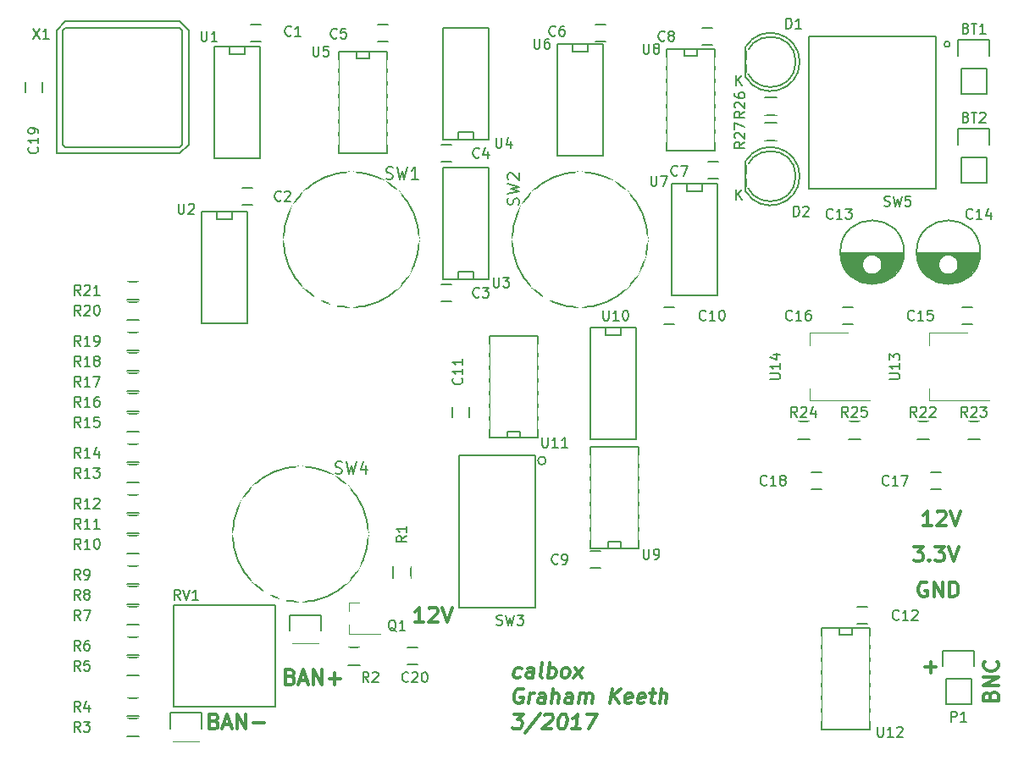
<source format=gto>
G04 #@! TF.FileFunction,Legend,Top*
%FSLAX46Y46*%
G04 Gerber Fmt 4.6, Leading zero omitted, Abs format (unit mm)*
G04 Created by KiCad (PCBNEW 4.0.5) date Sunday, March 26, 2017 'PMt' 05:08:58 PM*
%MOMM*%
%LPD*%
G01*
G04 APERTURE LIST*
%ADD10C,0.100000*%
%ADD11C,0.300000*%
%ADD12C,0.150000*%
%ADD13C,0.120000*%
%ADD14C,1.924000*%
%ADD15R,1.900000X1.700000*%
%ADD16R,3.400000X3.400000*%
%ADD17R,1.900000X1.650000*%
%ADD18C,1.700000*%
%ADD19R,1.700000X1.700000*%
%ADD20R,1.650000X1.900000*%
%ADD21R,2.635200X2.635200*%
%ADD22R,2.432000X2.432000*%
%ADD23O,2.432000X2.432000*%
%ADD24R,2.051000X2.051000*%
%ADD25C,2.051000*%
%ADD26R,2.400000X4.200000*%
%ADD27R,2.400000X1.900000*%
%ADD28R,1.543000X0.908000*%
%ADD29R,1.700000X1.900000*%
%ADD30R,2.300000X1.200000*%
%ADD31R,2.300000X2.400000*%
%ADD32C,2.300000*%
%ADD33O,1.670000X1.670000*%
%ADD34C,3.400000*%
G04 APERTURE END LIST*
D10*
D11*
X118492857Y-152997143D02*
X118341072Y-153068571D01*
X118055358Y-153068571D01*
X117921428Y-152997143D01*
X117858929Y-152925714D01*
X117805357Y-152782857D01*
X117858928Y-152354286D01*
X117948214Y-152211429D01*
X118028571Y-152140000D01*
X118180358Y-152068571D01*
X118466072Y-152068571D01*
X118600000Y-152140000D01*
X119769643Y-153068571D02*
X119867857Y-152282857D01*
X119814285Y-152140000D01*
X119680357Y-152068571D01*
X119394643Y-152068571D01*
X119242857Y-152140000D01*
X119778571Y-152997143D02*
X119626786Y-153068571D01*
X119269643Y-153068571D01*
X119135714Y-152997143D01*
X119082142Y-152854286D01*
X119099999Y-152711429D01*
X119189286Y-152568571D01*
X119341071Y-152497143D01*
X119698214Y-152497143D01*
X119850000Y-152425714D01*
X120698215Y-153068571D02*
X120564285Y-152997143D01*
X120510714Y-152854286D01*
X120671429Y-151568571D01*
X121269643Y-153068571D02*
X121457143Y-151568571D01*
X121385714Y-152140000D02*
X121537500Y-152068571D01*
X121823214Y-152068571D01*
X121957142Y-152140000D01*
X122019642Y-152211429D01*
X122073214Y-152354286D01*
X122019643Y-152782857D01*
X121930357Y-152925714D01*
X121849999Y-152997143D01*
X121698214Y-153068571D01*
X121412500Y-153068571D01*
X121278571Y-152997143D01*
X122841072Y-153068571D02*
X122707142Y-152997143D01*
X122644643Y-152925714D01*
X122591071Y-152782857D01*
X122644642Y-152354286D01*
X122733928Y-152211429D01*
X122814285Y-152140000D01*
X122966072Y-152068571D01*
X123180357Y-152068571D01*
X123314285Y-152140000D01*
X123376785Y-152211429D01*
X123430357Y-152354286D01*
X123376786Y-152782857D01*
X123287500Y-152925714D01*
X123207142Y-152997143D01*
X123055357Y-153068571D01*
X122841072Y-153068571D01*
X123841072Y-153068571D02*
X124751786Y-152068571D01*
X123966072Y-152068571D02*
X124626786Y-153068571D01*
X118805357Y-154190000D02*
X118671429Y-154118571D01*
X118457143Y-154118571D01*
X118233929Y-154190000D01*
X118073214Y-154332857D01*
X117983929Y-154475714D01*
X117876785Y-154761429D01*
X117850000Y-154975714D01*
X117885714Y-155261429D01*
X117939285Y-155404286D01*
X118064286Y-155547143D01*
X118269643Y-155618571D01*
X118412500Y-155618571D01*
X118635714Y-155547143D01*
X118716072Y-155475714D01*
X118778572Y-154975714D01*
X118492857Y-154975714D01*
X119341072Y-155618571D02*
X119466072Y-154618571D01*
X119430357Y-154904286D02*
X119519642Y-154761429D01*
X119600000Y-154690000D01*
X119751786Y-154618571D01*
X119894643Y-154618571D01*
X120912500Y-155618571D02*
X121010714Y-154832857D01*
X120957142Y-154690000D01*
X120823214Y-154618571D01*
X120537500Y-154618571D01*
X120385714Y-154690000D01*
X120921428Y-155547143D02*
X120769643Y-155618571D01*
X120412500Y-155618571D01*
X120278571Y-155547143D01*
X120224999Y-155404286D01*
X120242856Y-155261429D01*
X120332143Y-155118571D01*
X120483928Y-155047143D01*
X120841071Y-155047143D01*
X120992857Y-154975714D01*
X121626786Y-155618571D02*
X121814286Y-154118571D01*
X122269643Y-155618571D02*
X122367857Y-154832857D01*
X122314285Y-154690000D01*
X122180357Y-154618571D01*
X121966072Y-154618571D01*
X121814285Y-154690000D01*
X121733928Y-154761429D01*
X123626786Y-155618571D02*
X123725000Y-154832857D01*
X123671428Y-154690000D01*
X123537500Y-154618571D01*
X123251786Y-154618571D01*
X123100000Y-154690000D01*
X123635714Y-155547143D02*
X123483929Y-155618571D01*
X123126786Y-155618571D01*
X122992857Y-155547143D01*
X122939285Y-155404286D01*
X122957142Y-155261429D01*
X123046429Y-155118571D01*
X123198214Y-155047143D01*
X123555357Y-155047143D01*
X123707143Y-154975714D01*
X124341072Y-155618571D02*
X124466072Y-154618571D01*
X124448214Y-154761429D02*
X124528571Y-154690000D01*
X124680358Y-154618571D01*
X124894643Y-154618571D01*
X125028571Y-154690000D01*
X125082143Y-154832857D01*
X124983929Y-155618571D01*
X125082143Y-154832857D02*
X125171429Y-154690000D01*
X125323215Y-154618571D01*
X125537500Y-154618571D01*
X125671429Y-154690000D01*
X125725000Y-154832857D01*
X125626786Y-155618571D01*
X127483929Y-155618571D02*
X127671429Y-154118571D01*
X128341072Y-155618571D02*
X127805357Y-154761429D01*
X128528572Y-154118571D02*
X127564286Y-154975714D01*
X129564285Y-155547143D02*
X129412500Y-155618571D01*
X129126786Y-155618571D01*
X128992857Y-155547143D01*
X128939285Y-155404286D01*
X129010714Y-154832857D01*
X129100000Y-154690000D01*
X129251786Y-154618571D01*
X129537500Y-154618571D01*
X129671428Y-154690000D01*
X129725000Y-154832857D01*
X129707143Y-154975714D01*
X128975000Y-155118571D01*
X130849999Y-155547143D02*
X130698214Y-155618571D01*
X130412500Y-155618571D01*
X130278571Y-155547143D01*
X130224999Y-155404286D01*
X130296428Y-154832857D01*
X130385714Y-154690000D01*
X130537500Y-154618571D01*
X130823214Y-154618571D01*
X130957142Y-154690000D01*
X131010714Y-154832857D01*
X130992857Y-154975714D01*
X130260714Y-155118571D01*
X131466071Y-154618571D02*
X132037500Y-154618571D01*
X131742857Y-154118571D02*
X131582142Y-155404286D01*
X131635713Y-155547143D01*
X131769643Y-155618571D01*
X131912500Y-155618571D01*
X132412500Y-155618571D02*
X132600000Y-154118571D01*
X133055357Y-155618571D02*
X133153571Y-154832857D01*
X133099999Y-154690000D01*
X132966071Y-154618571D01*
X132751786Y-154618571D01*
X132599999Y-154690000D01*
X132519642Y-154761429D01*
X117885715Y-156668571D02*
X118814286Y-156668571D01*
X118242857Y-157240000D01*
X118457143Y-157240000D01*
X118591071Y-157311429D01*
X118653572Y-157382857D01*
X118707143Y-157525714D01*
X118662500Y-157882857D01*
X118573215Y-158025714D01*
X118492857Y-158097143D01*
X118341072Y-158168571D01*
X117912500Y-158168571D01*
X117778571Y-158097143D01*
X117716072Y-158025714D01*
X120537499Y-156597143D02*
X119010714Y-158525714D01*
X120939285Y-156811429D02*
X121019643Y-156740000D01*
X121171429Y-156668571D01*
X121528572Y-156668571D01*
X121662500Y-156740000D01*
X121725000Y-156811429D01*
X121778571Y-156954286D01*
X121760714Y-157097143D01*
X121662500Y-157311429D01*
X120698215Y-158168571D01*
X121626786Y-158168571D01*
X122742857Y-156668571D02*
X122885714Y-156668571D01*
X123019642Y-156740000D01*
X123082142Y-156811429D01*
X123135714Y-156954286D01*
X123171428Y-157240000D01*
X123126785Y-157597143D01*
X123019643Y-157882857D01*
X122930357Y-158025714D01*
X122849999Y-158097143D01*
X122698214Y-158168571D01*
X122555357Y-158168571D01*
X122421428Y-158097143D01*
X122358928Y-158025714D01*
X122305357Y-157882857D01*
X122269642Y-157597143D01*
X122314285Y-157240000D01*
X122421428Y-156954286D01*
X122510713Y-156811429D01*
X122591071Y-156740000D01*
X122742857Y-156668571D01*
X124483928Y-158168571D02*
X123626785Y-158168571D01*
X124055357Y-158168571D02*
X124242857Y-156668571D01*
X124073214Y-156882857D01*
X123912499Y-157025714D01*
X123760713Y-157097143D01*
X125171428Y-156668571D02*
X126171428Y-156668571D01*
X125341071Y-158168571D01*
X87920000Y-157372857D02*
X88134286Y-157444286D01*
X88205714Y-157515714D01*
X88277143Y-157658571D01*
X88277143Y-157872857D01*
X88205714Y-158015714D01*
X88134286Y-158087143D01*
X87991428Y-158158571D01*
X87420000Y-158158571D01*
X87420000Y-156658571D01*
X87920000Y-156658571D01*
X88062857Y-156730000D01*
X88134286Y-156801429D01*
X88205714Y-156944286D01*
X88205714Y-157087143D01*
X88134286Y-157230000D01*
X88062857Y-157301429D01*
X87920000Y-157372857D01*
X87420000Y-157372857D01*
X88848571Y-157730000D02*
X89562857Y-157730000D01*
X88705714Y-158158571D02*
X89205714Y-156658571D01*
X89705714Y-158158571D01*
X90205714Y-158158571D02*
X90205714Y-156658571D01*
X91062857Y-158158571D01*
X91062857Y-156658571D01*
X91777143Y-157587143D02*
X92920000Y-157587143D01*
X108799429Y-147490571D02*
X107942286Y-147490571D01*
X108370858Y-147490571D02*
X108370858Y-145990571D01*
X108228001Y-146204857D01*
X108085143Y-146347714D01*
X107942286Y-146419143D01*
X109370857Y-146133429D02*
X109442286Y-146062000D01*
X109585143Y-145990571D01*
X109942286Y-145990571D01*
X110085143Y-146062000D01*
X110156572Y-146133429D01*
X110228000Y-146276286D01*
X110228000Y-146419143D01*
X110156572Y-146633429D01*
X109299429Y-147490571D01*
X110228000Y-147490571D01*
X110656571Y-145990571D02*
X111156571Y-147490571D01*
X111656571Y-145990571D01*
X95540000Y-152927857D02*
X95754286Y-152999286D01*
X95825714Y-153070714D01*
X95897143Y-153213571D01*
X95897143Y-153427857D01*
X95825714Y-153570714D01*
X95754286Y-153642143D01*
X95611428Y-153713571D01*
X95040000Y-153713571D01*
X95040000Y-152213571D01*
X95540000Y-152213571D01*
X95682857Y-152285000D01*
X95754286Y-152356429D01*
X95825714Y-152499286D01*
X95825714Y-152642143D01*
X95754286Y-152785000D01*
X95682857Y-152856429D01*
X95540000Y-152927857D01*
X95040000Y-152927857D01*
X96468571Y-153285000D02*
X97182857Y-153285000D01*
X96325714Y-153713571D02*
X96825714Y-152213571D01*
X97325714Y-153713571D01*
X97825714Y-153713571D02*
X97825714Y-152213571D01*
X98682857Y-153713571D01*
X98682857Y-152213571D01*
X99397143Y-153142143D02*
X100540000Y-153142143D01*
X99968571Y-153713571D02*
X99968571Y-152570714D01*
X165500857Y-154844571D02*
X165572286Y-154630285D01*
X165643714Y-154558857D01*
X165786571Y-154487428D01*
X166000857Y-154487428D01*
X166143714Y-154558857D01*
X166215143Y-154630285D01*
X166286571Y-154773143D01*
X166286571Y-155344571D01*
X164786571Y-155344571D01*
X164786571Y-154844571D01*
X164858000Y-154701714D01*
X164929429Y-154630285D01*
X165072286Y-154558857D01*
X165215143Y-154558857D01*
X165358000Y-154630285D01*
X165429429Y-154701714D01*
X165500857Y-154844571D01*
X165500857Y-155344571D01*
X166286571Y-153844571D02*
X164786571Y-153844571D01*
X166286571Y-152987428D01*
X164786571Y-152987428D01*
X166143714Y-151415999D02*
X166215143Y-151487428D01*
X166286571Y-151701714D01*
X166286571Y-151844571D01*
X166215143Y-152058856D01*
X166072286Y-152201714D01*
X165929429Y-152273142D01*
X165643714Y-152344571D01*
X165429429Y-152344571D01*
X165143714Y-152273142D01*
X165000857Y-152201714D01*
X164858000Y-152058856D01*
X164786571Y-151844571D01*
X164786571Y-151701714D01*
X164858000Y-151487428D01*
X164929429Y-151415999D01*
X159131143Y-143522000D02*
X158988286Y-143450571D01*
X158774000Y-143450571D01*
X158559715Y-143522000D01*
X158416857Y-143664857D01*
X158345429Y-143807714D01*
X158274000Y-144093429D01*
X158274000Y-144307714D01*
X158345429Y-144593429D01*
X158416857Y-144736286D01*
X158559715Y-144879143D01*
X158774000Y-144950571D01*
X158916857Y-144950571D01*
X159131143Y-144879143D01*
X159202572Y-144807714D01*
X159202572Y-144307714D01*
X158916857Y-144307714D01*
X159845429Y-144950571D02*
X159845429Y-143450571D01*
X160702572Y-144950571D01*
X160702572Y-143450571D01*
X161416858Y-144950571D02*
X161416858Y-143450571D01*
X161774001Y-143450571D01*
X161988286Y-143522000D01*
X162131144Y-143664857D01*
X162202572Y-143807714D01*
X162274001Y-144093429D01*
X162274001Y-144307714D01*
X162202572Y-144593429D01*
X162131144Y-144736286D01*
X161988286Y-144879143D01*
X161774001Y-144950571D01*
X161416858Y-144950571D01*
X157805715Y-139894571D02*
X158734286Y-139894571D01*
X158234286Y-140466000D01*
X158448572Y-140466000D01*
X158591429Y-140537429D01*
X158662858Y-140608857D01*
X158734286Y-140751714D01*
X158734286Y-141108857D01*
X158662858Y-141251714D01*
X158591429Y-141323143D01*
X158448572Y-141394571D01*
X158020000Y-141394571D01*
X157877143Y-141323143D01*
X157805715Y-141251714D01*
X159377143Y-141251714D02*
X159448571Y-141323143D01*
X159377143Y-141394571D01*
X159305714Y-141323143D01*
X159377143Y-141251714D01*
X159377143Y-141394571D01*
X159948572Y-139894571D02*
X160877143Y-139894571D01*
X160377143Y-140466000D01*
X160591429Y-140466000D01*
X160734286Y-140537429D01*
X160805715Y-140608857D01*
X160877143Y-140751714D01*
X160877143Y-141108857D01*
X160805715Y-141251714D01*
X160734286Y-141323143D01*
X160591429Y-141394571D01*
X160162857Y-141394571D01*
X160020000Y-141323143D01*
X159948572Y-141251714D01*
X161305714Y-139894571D02*
X161805714Y-141394571D01*
X162305714Y-139894571D01*
X159599429Y-137838571D02*
X158742286Y-137838571D01*
X159170858Y-137838571D02*
X159170858Y-136338571D01*
X159028001Y-136552857D01*
X158885143Y-136695714D01*
X158742286Y-136767143D01*
X160170857Y-136481429D02*
X160242286Y-136410000D01*
X160385143Y-136338571D01*
X160742286Y-136338571D01*
X160885143Y-136410000D01*
X160956572Y-136481429D01*
X161028000Y-136624286D01*
X161028000Y-136767143D01*
X160956572Y-136981429D01*
X160099429Y-137838571D01*
X161028000Y-137838571D01*
X161456571Y-136338571D02*
X161956571Y-137838571D01*
X162456571Y-136338571D01*
X158940572Y-151999143D02*
X160083429Y-151999143D01*
X159512000Y-152570571D02*
X159512000Y-151427714D01*
D12*
X93980000Y-145796000D02*
X93980000Y-155956000D01*
X93980000Y-155956000D02*
X83820000Y-155956000D01*
X83820000Y-155956000D02*
X83820000Y-148336000D01*
X83820000Y-148336000D02*
X83820000Y-145796000D01*
X83820000Y-145796000D02*
X93980000Y-145796000D01*
X80356000Y-117207000D02*
X79156000Y-117207000D01*
X79156000Y-115457000D02*
X80356000Y-115457000D01*
X79156000Y-118505000D02*
X80356000Y-118505000D01*
X80356000Y-120255000D02*
X79156000Y-120255000D01*
X80356000Y-122287000D02*
X79156000Y-122287000D01*
X79156000Y-120537000D02*
X80356000Y-120537000D01*
X80356000Y-128383000D02*
X79156000Y-128383000D01*
X79156000Y-126633000D02*
X80356000Y-126633000D01*
X79156000Y-136793000D02*
X80356000Y-136793000D01*
X80356000Y-138543000D02*
X79156000Y-138543000D01*
X80356000Y-147687000D02*
X79156000Y-147687000D01*
X79156000Y-145937000D02*
X80356000Y-145937000D01*
X79156000Y-157113000D02*
X80356000Y-157113000D01*
X80356000Y-158863000D02*
X79156000Y-158863000D01*
X108196000Y-150026000D02*
X107196000Y-150026000D01*
X107196000Y-151726000D02*
X108196000Y-151726000D01*
X164439000Y-110545000D02*
X158141000Y-110545000D01*
X164433000Y-110685000D02*
X158147000Y-110685000D01*
X164420000Y-110825000D02*
X161736000Y-110825000D01*
X160844000Y-110825000D02*
X158160000Y-110825000D01*
X164401000Y-110965000D02*
X161946000Y-110965000D01*
X160634000Y-110965000D02*
X158179000Y-110965000D01*
X164375000Y-111105000D02*
X162079000Y-111105000D01*
X160501000Y-111105000D02*
X158205000Y-111105000D01*
X164343000Y-111245000D02*
X162170000Y-111245000D01*
X160410000Y-111245000D02*
X158237000Y-111245000D01*
X164304000Y-111385000D02*
X162232000Y-111385000D01*
X160348000Y-111385000D02*
X158276000Y-111385000D01*
X164258000Y-111525000D02*
X162271000Y-111525000D01*
X160309000Y-111525000D02*
X158322000Y-111525000D01*
X164205000Y-111665000D02*
X162288000Y-111665000D01*
X160292000Y-111665000D02*
X158375000Y-111665000D01*
X164143000Y-111805000D02*
X162286000Y-111805000D01*
X160294000Y-111805000D02*
X158437000Y-111805000D01*
X164073000Y-111945000D02*
X162264000Y-111945000D01*
X160316000Y-111945000D02*
X158507000Y-111945000D01*
X163994000Y-112085000D02*
X162221000Y-112085000D01*
X160359000Y-112085000D02*
X158586000Y-112085000D01*
X163906000Y-112225000D02*
X162153000Y-112225000D01*
X160427000Y-112225000D02*
X158674000Y-112225000D01*
X163806000Y-112365000D02*
X162054000Y-112365000D01*
X160526000Y-112365000D02*
X158774000Y-112365000D01*
X163694000Y-112505000D02*
X161909000Y-112505000D01*
X160671000Y-112505000D02*
X158886000Y-112505000D01*
X163569000Y-112645000D02*
X161670000Y-112645000D01*
X160910000Y-112645000D02*
X159011000Y-112645000D01*
X163426000Y-112785000D02*
X159154000Y-112785000D01*
X163264000Y-112925000D02*
X159316000Y-112925000D01*
X163076000Y-113065000D02*
X159504000Y-113065000D01*
X162853000Y-113205000D02*
X159727000Y-113205000D01*
X162577000Y-113345000D02*
X160003000Y-113345000D01*
X162202000Y-113485000D02*
X160378000Y-113485000D01*
X162290000Y-111720000D02*
G75*
G03X162290000Y-111720000I-1000000J0D01*
G01*
X164477500Y-110470000D02*
G75*
G03X164477500Y-110470000I-3187500J0D01*
G01*
X70700000Y-94480000D02*
X70700000Y-93480000D01*
X69000000Y-93480000D02*
X69000000Y-94480000D01*
X148582000Y-132500000D02*
X147582000Y-132500000D01*
X147582000Y-134200000D02*
X148582000Y-134200000D01*
X160520000Y-132500000D02*
X159520000Y-132500000D01*
X159520000Y-134200000D02*
X160520000Y-134200000D01*
X150757000Y-117690000D02*
X151757000Y-117690000D01*
X151757000Y-115990000D02*
X150757000Y-115990000D01*
X162695000Y-117690000D02*
X163695000Y-117690000D01*
X163695000Y-115990000D02*
X162695000Y-115990000D01*
X152154000Y-147662000D02*
X153154000Y-147662000D01*
X153154000Y-145962000D02*
X152154000Y-145962000D01*
X111672000Y-125992000D02*
X111672000Y-126992000D01*
X113372000Y-126992000D02*
X113372000Y-125992000D01*
X133850000Y-115990000D02*
X132850000Y-115990000D01*
X132850000Y-117690000D02*
X133850000Y-117690000D01*
X126484000Y-140374000D02*
X125484000Y-140374000D01*
X125484000Y-142074000D02*
X126484000Y-142074000D01*
X136660000Y-89750000D02*
X137660000Y-89750000D01*
X137660000Y-88050000D02*
X136660000Y-88050000D01*
X137295000Y-103085000D02*
X138295000Y-103085000D01*
X138295000Y-101385000D02*
X137295000Y-101385000D01*
X125992000Y-89369000D02*
X126992000Y-89369000D01*
X126992000Y-87669000D02*
X125992000Y-87669000D01*
X104275000Y-89369000D02*
X105275000Y-89369000D01*
X105275000Y-87669000D02*
X104275000Y-87669000D01*
X111625000Y-99734000D02*
X110625000Y-99734000D01*
X110625000Y-101434000D02*
X111625000Y-101434000D01*
X111625000Y-113704000D02*
X110625000Y-113704000D01*
X110625000Y-115404000D02*
X111625000Y-115404000D01*
X90686000Y-105752000D02*
X91686000Y-105752000D01*
X91686000Y-104052000D02*
X90686000Y-104052000D01*
X91575000Y-89369000D02*
X92575000Y-89369000D01*
X92575000Y-87669000D02*
X91575000Y-87669000D01*
X86640000Y-156565000D02*
X86640000Y-158115000D01*
X83540000Y-158115000D02*
X83540000Y-156565000D01*
X83540000Y-156565000D02*
X86640000Y-156565000D01*
X83820000Y-159385000D02*
X86360000Y-159385000D01*
X98578000Y-146786000D02*
X98578000Y-148336000D01*
X95478000Y-148336000D02*
X95478000Y-146786000D01*
X95478000Y-146786000D02*
X98578000Y-146786000D01*
X95758000Y-149606000D02*
X98298000Y-149606000D01*
X163576000Y-153162000D02*
X163576000Y-155702000D01*
X163856000Y-150342000D02*
X163856000Y-151892000D01*
X163576000Y-153162000D02*
X161036000Y-153162000D01*
X160756000Y-151892000D02*
X160756000Y-150342000D01*
X160756000Y-150342000D02*
X163856000Y-150342000D01*
X161036000Y-153162000D02*
X161036000Y-155702000D01*
X161036000Y-155702000D02*
X163576000Y-155702000D01*
X73025000Y-88011000D02*
X72771000Y-88265000D01*
X72771000Y-88265000D02*
X72771000Y-99695000D01*
X72771000Y-99695000D02*
X73025000Y-99949000D01*
X73025000Y-99949000D02*
X84455000Y-99949000D01*
X84455000Y-99949000D02*
X84709000Y-99695000D01*
X84709000Y-99695000D02*
X84709000Y-88265000D01*
X84709000Y-88265000D02*
X84455000Y-88011000D01*
X84455000Y-88011000D02*
X73025000Y-88011000D01*
X73025000Y-87376000D02*
X72136000Y-88265000D01*
X72136000Y-88265000D02*
X72136000Y-100584000D01*
X72136000Y-100584000D02*
X84455000Y-100584000D01*
X84455000Y-100584000D02*
X85344000Y-99695000D01*
X85344000Y-99695000D02*
X85344000Y-88265000D01*
X85344000Y-88265000D02*
X84455000Y-87376000D01*
X84455000Y-87376000D02*
X73025000Y-87376000D01*
D13*
X147442000Y-118510000D02*
X147442000Y-119770000D01*
X147442000Y-125330000D02*
X147442000Y-124070000D01*
X151202000Y-118510000D02*
X147442000Y-118510000D01*
X153452000Y-125330000D02*
X147442000Y-125330000D01*
X159380000Y-118510000D02*
X159380000Y-119770000D01*
X159380000Y-125330000D02*
X159380000Y-124070000D01*
X163140000Y-118510000D02*
X159380000Y-118510000D01*
X165390000Y-125330000D02*
X159380000Y-125330000D01*
D12*
X153416000Y-158242000D02*
X148590000Y-158242000D01*
X148590000Y-158242000D02*
X148590000Y-148082000D01*
X148590000Y-148082000D02*
X153416000Y-148082000D01*
X153416000Y-148082000D02*
X153416000Y-158242000D01*
X151638000Y-148082000D02*
X151638000Y-148717000D01*
X151638000Y-148717000D02*
X150368000Y-148717000D01*
X150368000Y-148717000D02*
X150368000Y-148082000D01*
X115443000Y-118872000D02*
X120269000Y-118872000D01*
X120269000Y-118872000D02*
X120269000Y-129032000D01*
X120269000Y-129032000D02*
X115443000Y-129032000D01*
X115443000Y-129032000D02*
X115443000Y-118872000D01*
X117221000Y-129032000D02*
X117221000Y-128397000D01*
X117221000Y-128397000D02*
X118491000Y-128397000D01*
X118491000Y-128397000D02*
X118491000Y-129032000D01*
X128524000Y-117983000D02*
X128524000Y-118745000D01*
X128524000Y-118745000D02*
X127000000Y-118745000D01*
X127000000Y-118745000D02*
X127000000Y-117983000D01*
X130048000Y-129159000D02*
X125476000Y-129159000D01*
X125476000Y-129159000D02*
X125476000Y-117983000D01*
X125476000Y-117983000D02*
X130048000Y-117983000D01*
X130048000Y-117983000D02*
X130048000Y-129159000D01*
X125476000Y-129921000D02*
X130302000Y-129921000D01*
X130302000Y-129921000D02*
X130302000Y-140081000D01*
X130302000Y-140081000D02*
X125476000Y-140081000D01*
X125476000Y-140081000D02*
X125476000Y-129921000D01*
X127254000Y-140081000D02*
X127254000Y-139446000D01*
X127254000Y-139446000D02*
X128524000Y-139446000D01*
X128524000Y-139446000D02*
X128524000Y-140081000D01*
X137922000Y-100330000D02*
X133096000Y-100330000D01*
X133096000Y-100330000D02*
X133096000Y-90170000D01*
X133096000Y-90170000D02*
X137922000Y-90170000D01*
X137922000Y-90170000D02*
X137922000Y-100330000D01*
X136144000Y-90170000D02*
X136144000Y-90805000D01*
X136144000Y-90805000D02*
X134874000Y-90805000D01*
X134874000Y-90805000D02*
X134874000Y-90170000D01*
X125222000Y-89662000D02*
X125222000Y-90424000D01*
X125222000Y-90424000D02*
X123698000Y-90424000D01*
X123698000Y-90424000D02*
X123698000Y-89662000D01*
X126746000Y-100838000D02*
X122174000Y-100838000D01*
X122174000Y-100838000D02*
X122174000Y-89662000D01*
X122174000Y-89662000D02*
X126746000Y-89662000D01*
X126746000Y-89662000D02*
X126746000Y-100838000D01*
X105156000Y-100584000D02*
X100330000Y-100584000D01*
X100330000Y-100584000D02*
X100330000Y-90424000D01*
X100330000Y-90424000D02*
X105156000Y-90424000D01*
X105156000Y-90424000D02*
X105156000Y-100584000D01*
X103378000Y-90424000D02*
X103378000Y-91059000D01*
X103378000Y-91059000D02*
X102108000Y-91059000D01*
X102108000Y-91059000D02*
X102108000Y-90424000D01*
X112268000Y-99187000D02*
X112268000Y-98425000D01*
X112268000Y-98425000D02*
X113792000Y-98425000D01*
X113792000Y-98425000D02*
X113792000Y-99187000D01*
X110744000Y-88011000D02*
X115316000Y-88011000D01*
X115316000Y-88011000D02*
X115316000Y-99187000D01*
X115316000Y-99187000D02*
X110744000Y-99187000D01*
X110744000Y-99187000D02*
X110744000Y-88011000D01*
X112268000Y-113157000D02*
X112268000Y-112395000D01*
X112268000Y-112395000D02*
X113792000Y-112395000D01*
X113792000Y-112395000D02*
X113792000Y-113157000D01*
X110744000Y-101981000D02*
X115316000Y-101981000D01*
X115316000Y-101981000D02*
X115316000Y-113157000D01*
X115316000Y-113157000D02*
X110744000Y-113157000D01*
X110744000Y-113157000D02*
X110744000Y-101981000D01*
X89662000Y-106426000D02*
X89662000Y-107188000D01*
X89662000Y-107188000D02*
X88138000Y-107188000D01*
X88138000Y-107188000D02*
X88138000Y-106426000D01*
X91186000Y-117602000D02*
X86614000Y-117602000D01*
X86614000Y-117602000D02*
X86614000Y-106426000D01*
X86614000Y-106426000D02*
X91186000Y-106426000D01*
X91186000Y-106426000D02*
X91186000Y-117602000D01*
X90932000Y-89916000D02*
X90932000Y-90678000D01*
X90932000Y-90678000D02*
X89408000Y-90678000D01*
X89408000Y-90678000D02*
X89408000Y-89916000D01*
X92456000Y-101092000D02*
X87884000Y-101092000D01*
X87884000Y-101092000D02*
X87884000Y-89916000D01*
X87884000Y-89916000D02*
X92456000Y-89916000D01*
X92456000Y-89916000D02*
X92456000Y-101092000D01*
X144110000Y-99300000D02*
X142910000Y-99300000D01*
X142910000Y-97550000D02*
X144110000Y-97550000D01*
X144110000Y-96760000D02*
X142910000Y-96760000D01*
X142910000Y-95010000D02*
X144110000Y-95010000D01*
X152492000Y-129145000D02*
X151292000Y-129145000D01*
X151292000Y-127395000D02*
X152492000Y-127395000D01*
X147412000Y-129145000D02*
X146212000Y-129145000D01*
X146212000Y-127395000D02*
X147412000Y-127395000D01*
X164430000Y-129145000D02*
X163230000Y-129145000D01*
X163230000Y-127395000D02*
X164430000Y-127395000D01*
X159350000Y-129145000D02*
X158150000Y-129145000D01*
X158150000Y-127395000D02*
X159350000Y-127395000D01*
X79156000Y-113425000D02*
X80356000Y-113425000D01*
X80356000Y-115175000D02*
X79156000Y-115175000D01*
X79156000Y-122569000D02*
X80356000Y-122569000D01*
X80356000Y-124319000D02*
X79156000Y-124319000D01*
X80356000Y-126351000D02*
X79156000Y-126351000D01*
X79156000Y-124601000D02*
X80356000Y-124601000D01*
X79156000Y-129681000D02*
X80356000Y-129681000D01*
X80356000Y-131431000D02*
X79156000Y-131431000D01*
X80356000Y-133463000D02*
X79156000Y-133463000D01*
X79156000Y-131713000D02*
X80356000Y-131713000D01*
X79156000Y-134761000D02*
X80356000Y-134761000D01*
X80356000Y-136511000D02*
X79156000Y-136511000D01*
X80356000Y-140575000D02*
X79156000Y-140575000D01*
X79156000Y-138825000D02*
X80356000Y-138825000D01*
X79156000Y-141873000D02*
X80356000Y-141873000D01*
X80356000Y-143623000D02*
X79156000Y-143623000D01*
X80356000Y-145655000D02*
X79156000Y-145655000D01*
X79156000Y-143905000D02*
X80356000Y-143905000D01*
X79156000Y-148985000D02*
X80356000Y-148985000D01*
X80356000Y-150735000D02*
X79156000Y-150735000D01*
X80356000Y-152767000D02*
X79156000Y-152767000D01*
X79156000Y-151017000D02*
X80356000Y-151017000D01*
X79156000Y-155081000D02*
X80356000Y-155081000D01*
X80356000Y-156831000D02*
X79156000Y-156831000D01*
X101254000Y-150001000D02*
X102454000Y-150001000D01*
X102454000Y-151751000D02*
X101254000Y-151751000D01*
X107555000Y-141894000D02*
X107555000Y-143094000D01*
X105805000Y-143094000D02*
X105805000Y-141894000D01*
D13*
X101348000Y-145486000D02*
X101348000Y-146416000D01*
X101348000Y-148646000D02*
X101348000Y-147716000D01*
X101348000Y-148646000D02*
X104508000Y-148646000D01*
X101348000Y-145486000D02*
X102808000Y-145486000D01*
D12*
X141025112Y-104394904D02*
G75*
G03X141010000Y-101370000I2484888J1524904D01*
G01*
X141010000Y-104370000D02*
X141010000Y-101370000D01*
X146027936Y-102870000D02*
G75*
G03X146027936Y-102870000I-2517936J0D01*
G01*
X141025112Y-92964904D02*
G75*
G03X141010000Y-89940000I2484888J1524904D01*
G01*
X141010000Y-92940000D02*
X141010000Y-89940000D01*
X146027936Y-91440000D02*
G75*
G03X146027936Y-91440000I-2517936J0D01*
G01*
X156819000Y-110545000D02*
X150521000Y-110545000D01*
X156813000Y-110685000D02*
X150527000Y-110685000D01*
X156800000Y-110825000D02*
X154116000Y-110825000D01*
X153224000Y-110825000D02*
X150540000Y-110825000D01*
X156781000Y-110965000D02*
X154326000Y-110965000D01*
X153014000Y-110965000D02*
X150559000Y-110965000D01*
X156755000Y-111105000D02*
X154459000Y-111105000D01*
X152881000Y-111105000D02*
X150585000Y-111105000D01*
X156723000Y-111245000D02*
X154550000Y-111245000D01*
X152790000Y-111245000D02*
X150617000Y-111245000D01*
X156684000Y-111385000D02*
X154612000Y-111385000D01*
X152728000Y-111385000D02*
X150656000Y-111385000D01*
X156638000Y-111525000D02*
X154651000Y-111525000D01*
X152689000Y-111525000D02*
X150702000Y-111525000D01*
X156585000Y-111665000D02*
X154668000Y-111665000D01*
X152672000Y-111665000D02*
X150755000Y-111665000D01*
X156523000Y-111805000D02*
X154666000Y-111805000D01*
X152674000Y-111805000D02*
X150817000Y-111805000D01*
X156453000Y-111945000D02*
X154644000Y-111945000D01*
X152696000Y-111945000D02*
X150887000Y-111945000D01*
X156374000Y-112085000D02*
X154601000Y-112085000D01*
X152739000Y-112085000D02*
X150966000Y-112085000D01*
X156286000Y-112225000D02*
X154533000Y-112225000D01*
X152807000Y-112225000D02*
X151054000Y-112225000D01*
X156186000Y-112365000D02*
X154434000Y-112365000D01*
X152906000Y-112365000D02*
X151154000Y-112365000D01*
X156074000Y-112505000D02*
X154289000Y-112505000D01*
X153051000Y-112505000D02*
X151266000Y-112505000D01*
X155949000Y-112645000D02*
X154050000Y-112645000D01*
X153290000Y-112645000D02*
X151391000Y-112645000D01*
X155806000Y-112785000D02*
X151534000Y-112785000D01*
X155644000Y-112925000D02*
X151696000Y-112925000D01*
X155456000Y-113065000D02*
X151884000Y-113065000D01*
X155233000Y-113205000D02*
X152107000Y-113205000D01*
X154957000Y-113345000D02*
X152383000Y-113345000D01*
X154582000Y-113485000D02*
X152758000Y-113485000D01*
X154670000Y-111720000D02*
G75*
G03X154670000Y-111720000I-1000000J0D01*
G01*
X156857500Y-110470000D02*
G75*
G03X156857500Y-110470000I-3187500J0D01*
G01*
X165100000Y-100965000D02*
X165100000Y-103505000D01*
X165380000Y-98145000D02*
X165380000Y-99695000D01*
X165100000Y-100965000D02*
X162560000Y-100965000D01*
X162280000Y-99695000D02*
X162280000Y-98145000D01*
X162280000Y-98145000D02*
X165380000Y-98145000D01*
X162560000Y-100965000D02*
X162560000Y-103505000D01*
X162560000Y-103505000D02*
X165100000Y-103505000D01*
X165100000Y-92075000D02*
X165100000Y-94615000D01*
X165380000Y-89255000D02*
X165380000Y-90805000D01*
X165100000Y-92075000D02*
X162560000Y-92075000D01*
X162280000Y-90805000D02*
X162280000Y-89255000D01*
X162280000Y-89255000D02*
X165380000Y-89255000D01*
X162560000Y-92075000D02*
X162560000Y-94615000D01*
X162560000Y-94615000D02*
X165100000Y-94615000D01*
X136652000Y-103632000D02*
X136652000Y-104394000D01*
X136652000Y-104394000D02*
X135128000Y-104394000D01*
X135128000Y-104394000D02*
X135128000Y-103632000D01*
X138176000Y-114808000D02*
X133604000Y-114808000D01*
X133604000Y-114808000D02*
X133604000Y-103632000D01*
X133604000Y-103632000D02*
X138176000Y-103632000D01*
X138176000Y-103632000D02*
X138176000Y-114808000D01*
X103299400Y-138684000D02*
G75*
G03X103299400Y-138684000I-6779400J0D01*
G01*
X108379400Y-109220000D02*
G75*
G03X108379400Y-109220000I-6779400J0D01*
G01*
X131239400Y-109220000D02*
G75*
G03X131239400Y-109220000I-6779400J0D01*
G01*
X161446981Y-89662000D02*
G75*
G03X161446981Y-89662000I-283981J0D01*
G01*
X160020000Y-88900000D02*
X147320000Y-88900000D01*
X160020000Y-88900000D02*
X160020000Y-104140000D01*
X160020000Y-104140000D02*
X147320000Y-104140000D01*
X147320000Y-104140000D02*
X147320000Y-88900000D01*
X121051609Y-131318000D02*
G75*
G03X121051609Y-131318000I-401609J0D01*
G01*
X112395000Y-130810000D02*
X120015000Y-130810000D01*
X112395000Y-146050000D02*
X112395000Y-130810000D01*
X120015000Y-130810000D02*
X120015000Y-146050000D01*
X120015000Y-146050000D02*
X112395000Y-146050000D01*
X84494762Y-145232381D02*
X84161428Y-144756190D01*
X83923333Y-145232381D02*
X83923333Y-144232381D01*
X84304286Y-144232381D01*
X84399524Y-144280000D01*
X84447143Y-144327619D01*
X84494762Y-144422857D01*
X84494762Y-144565714D01*
X84447143Y-144660952D01*
X84399524Y-144708571D01*
X84304286Y-144756190D01*
X83923333Y-144756190D01*
X84780476Y-144232381D02*
X85113809Y-145232381D01*
X85447143Y-144232381D01*
X86304286Y-145232381D02*
X85732857Y-145232381D01*
X86018571Y-145232381D02*
X86018571Y-144232381D01*
X85923333Y-144375238D01*
X85828095Y-144470476D01*
X85732857Y-144518095D01*
X74541143Y-116784381D02*
X74207809Y-116308190D01*
X73969714Y-116784381D02*
X73969714Y-115784381D01*
X74350667Y-115784381D01*
X74445905Y-115832000D01*
X74493524Y-115879619D01*
X74541143Y-115974857D01*
X74541143Y-116117714D01*
X74493524Y-116212952D01*
X74445905Y-116260571D01*
X74350667Y-116308190D01*
X73969714Y-116308190D01*
X74922095Y-115879619D02*
X74969714Y-115832000D01*
X75064952Y-115784381D01*
X75303048Y-115784381D01*
X75398286Y-115832000D01*
X75445905Y-115879619D01*
X75493524Y-115974857D01*
X75493524Y-116070095D01*
X75445905Y-116212952D01*
X74874476Y-116784381D01*
X75493524Y-116784381D01*
X76112571Y-115784381D02*
X76207810Y-115784381D01*
X76303048Y-115832000D01*
X76350667Y-115879619D01*
X76398286Y-115974857D01*
X76445905Y-116165333D01*
X76445905Y-116403429D01*
X76398286Y-116593905D01*
X76350667Y-116689143D01*
X76303048Y-116736762D01*
X76207810Y-116784381D01*
X76112571Y-116784381D01*
X76017333Y-116736762D01*
X75969714Y-116689143D01*
X75922095Y-116593905D01*
X75874476Y-116403429D01*
X75874476Y-116165333D01*
X75922095Y-115974857D01*
X75969714Y-115879619D01*
X76017333Y-115832000D01*
X76112571Y-115784381D01*
X74541143Y-119832381D02*
X74207809Y-119356190D01*
X73969714Y-119832381D02*
X73969714Y-118832381D01*
X74350667Y-118832381D01*
X74445905Y-118880000D01*
X74493524Y-118927619D01*
X74541143Y-119022857D01*
X74541143Y-119165714D01*
X74493524Y-119260952D01*
X74445905Y-119308571D01*
X74350667Y-119356190D01*
X73969714Y-119356190D01*
X75493524Y-119832381D02*
X74922095Y-119832381D01*
X75207809Y-119832381D02*
X75207809Y-118832381D01*
X75112571Y-118975238D01*
X75017333Y-119070476D01*
X74922095Y-119118095D01*
X75969714Y-119832381D02*
X76160190Y-119832381D01*
X76255429Y-119784762D01*
X76303048Y-119737143D01*
X76398286Y-119594286D01*
X76445905Y-119403810D01*
X76445905Y-119022857D01*
X76398286Y-118927619D01*
X76350667Y-118880000D01*
X76255429Y-118832381D01*
X76064952Y-118832381D01*
X75969714Y-118880000D01*
X75922095Y-118927619D01*
X75874476Y-119022857D01*
X75874476Y-119260952D01*
X75922095Y-119356190D01*
X75969714Y-119403810D01*
X76064952Y-119451429D01*
X76255429Y-119451429D01*
X76350667Y-119403810D01*
X76398286Y-119356190D01*
X76445905Y-119260952D01*
X74541143Y-121864381D02*
X74207809Y-121388190D01*
X73969714Y-121864381D02*
X73969714Y-120864381D01*
X74350667Y-120864381D01*
X74445905Y-120912000D01*
X74493524Y-120959619D01*
X74541143Y-121054857D01*
X74541143Y-121197714D01*
X74493524Y-121292952D01*
X74445905Y-121340571D01*
X74350667Y-121388190D01*
X73969714Y-121388190D01*
X75493524Y-121864381D02*
X74922095Y-121864381D01*
X75207809Y-121864381D02*
X75207809Y-120864381D01*
X75112571Y-121007238D01*
X75017333Y-121102476D01*
X74922095Y-121150095D01*
X76064952Y-121292952D02*
X75969714Y-121245333D01*
X75922095Y-121197714D01*
X75874476Y-121102476D01*
X75874476Y-121054857D01*
X75922095Y-120959619D01*
X75969714Y-120912000D01*
X76064952Y-120864381D01*
X76255429Y-120864381D01*
X76350667Y-120912000D01*
X76398286Y-120959619D01*
X76445905Y-121054857D01*
X76445905Y-121102476D01*
X76398286Y-121197714D01*
X76350667Y-121245333D01*
X76255429Y-121292952D01*
X76064952Y-121292952D01*
X75969714Y-121340571D01*
X75922095Y-121388190D01*
X75874476Y-121483429D01*
X75874476Y-121673905D01*
X75922095Y-121769143D01*
X75969714Y-121816762D01*
X76064952Y-121864381D01*
X76255429Y-121864381D01*
X76350667Y-121816762D01*
X76398286Y-121769143D01*
X76445905Y-121673905D01*
X76445905Y-121483429D01*
X76398286Y-121388190D01*
X76350667Y-121340571D01*
X76255429Y-121292952D01*
X74541143Y-127960381D02*
X74207809Y-127484190D01*
X73969714Y-127960381D02*
X73969714Y-126960381D01*
X74350667Y-126960381D01*
X74445905Y-127008000D01*
X74493524Y-127055619D01*
X74541143Y-127150857D01*
X74541143Y-127293714D01*
X74493524Y-127388952D01*
X74445905Y-127436571D01*
X74350667Y-127484190D01*
X73969714Y-127484190D01*
X75493524Y-127960381D02*
X74922095Y-127960381D01*
X75207809Y-127960381D02*
X75207809Y-126960381D01*
X75112571Y-127103238D01*
X75017333Y-127198476D01*
X74922095Y-127246095D01*
X76398286Y-126960381D02*
X75922095Y-126960381D01*
X75874476Y-127436571D01*
X75922095Y-127388952D01*
X76017333Y-127341333D01*
X76255429Y-127341333D01*
X76350667Y-127388952D01*
X76398286Y-127436571D01*
X76445905Y-127531810D01*
X76445905Y-127769905D01*
X76398286Y-127865143D01*
X76350667Y-127912762D01*
X76255429Y-127960381D01*
X76017333Y-127960381D01*
X75922095Y-127912762D01*
X75874476Y-127865143D01*
X74541143Y-138120381D02*
X74207809Y-137644190D01*
X73969714Y-138120381D02*
X73969714Y-137120381D01*
X74350667Y-137120381D01*
X74445905Y-137168000D01*
X74493524Y-137215619D01*
X74541143Y-137310857D01*
X74541143Y-137453714D01*
X74493524Y-137548952D01*
X74445905Y-137596571D01*
X74350667Y-137644190D01*
X73969714Y-137644190D01*
X75493524Y-138120381D02*
X74922095Y-138120381D01*
X75207809Y-138120381D02*
X75207809Y-137120381D01*
X75112571Y-137263238D01*
X75017333Y-137358476D01*
X74922095Y-137406095D01*
X76445905Y-138120381D02*
X75874476Y-138120381D01*
X76160190Y-138120381D02*
X76160190Y-137120381D01*
X76064952Y-137263238D01*
X75969714Y-137358476D01*
X75874476Y-137406095D01*
X74509334Y-147264381D02*
X74176000Y-146788190D01*
X73937905Y-147264381D02*
X73937905Y-146264381D01*
X74318858Y-146264381D01*
X74414096Y-146312000D01*
X74461715Y-146359619D01*
X74509334Y-146454857D01*
X74509334Y-146597714D01*
X74461715Y-146692952D01*
X74414096Y-146740571D01*
X74318858Y-146788190D01*
X73937905Y-146788190D01*
X74842667Y-146264381D02*
X75509334Y-146264381D01*
X75080762Y-147264381D01*
X74509334Y-158440381D02*
X74176000Y-157964190D01*
X73937905Y-158440381D02*
X73937905Y-157440381D01*
X74318858Y-157440381D01*
X74414096Y-157488000D01*
X74461715Y-157535619D01*
X74509334Y-157630857D01*
X74509334Y-157773714D01*
X74461715Y-157868952D01*
X74414096Y-157916571D01*
X74318858Y-157964190D01*
X73937905Y-157964190D01*
X74842667Y-157440381D02*
X75461715Y-157440381D01*
X75128381Y-157821333D01*
X75271239Y-157821333D01*
X75366477Y-157868952D01*
X75414096Y-157916571D01*
X75461715Y-158011810D01*
X75461715Y-158249905D01*
X75414096Y-158345143D01*
X75366477Y-158392762D01*
X75271239Y-158440381D01*
X74985524Y-158440381D01*
X74890286Y-158392762D01*
X74842667Y-158345143D01*
X107307143Y-153392143D02*
X107259524Y-153439762D01*
X107116667Y-153487381D01*
X107021429Y-153487381D01*
X106878571Y-153439762D01*
X106783333Y-153344524D01*
X106735714Y-153249286D01*
X106688095Y-153058810D01*
X106688095Y-152915952D01*
X106735714Y-152725476D01*
X106783333Y-152630238D01*
X106878571Y-152535000D01*
X107021429Y-152487381D01*
X107116667Y-152487381D01*
X107259524Y-152535000D01*
X107307143Y-152582619D01*
X107688095Y-152582619D02*
X107735714Y-152535000D01*
X107830952Y-152487381D01*
X108069048Y-152487381D01*
X108164286Y-152535000D01*
X108211905Y-152582619D01*
X108259524Y-152677857D01*
X108259524Y-152773095D01*
X108211905Y-152915952D01*
X107640476Y-153487381D01*
X108259524Y-153487381D01*
X108878571Y-152487381D02*
X108973810Y-152487381D01*
X109069048Y-152535000D01*
X109116667Y-152582619D01*
X109164286Y-152677857D01*
X109211905Y-152868333D01*
X109211905Y-153106429D01*
X109164286Y-153296905D01*
X109116667Y-153392143D01*
X109069048Y-153439762D01*
X108973810Y-153487381D01*
X108878571Y-153487381D01*
X108783333Y-153439762D01*
X108735714Y-153392143D01*
X108688095Y-153296905D01*
X108640476Y-153106429D01*
X108640476Y-152868333D01*
X108688095Y-152677857D01*
X108735714Y-152582619D01*
X108783333Y-152535000D01*
X108878571Y-152487381D01*
X163695143Y-107037143D02*
X163647524Y-107084762D01*
X163504667Y-107132381D01*
X163409429Y-107132381D01*
X163266571Y-107084762D01*
X163171333Y-106989524D01*
X163123714Y-106894286D01*
X163076095Y-106703810D01*
X163076095Y-106560952D01*
X163123714Y-106370476D01*
X163171333Y-106275238D01*
X163266571Y-106180000D01*
X163409429Y-106132381D01*
X163504667Y-106132381D01*
X163647524Y-106180000D01*
X163695143Y-106227619D01*
X164647524Y-107132381D02*
X164076095Y-107132381D01*
X164361809Y-107132381D02*
X164361809Y-106132381D01*
X164266571Y-106275238D01*
X164171333Y-106370476D01*
X164076095Y-106418095D01*
X165504667Y-106465714D02*
X165504667Y-107132381D01*
X165266571Y-106084762D02*
X165028476Y-106799048D01*
X165647524Y-106799048D01*
X70207143Y-99956857D02*
X70254762Y-100004476D01*
X70302381Y-100147333D01*
X70302381Y-100242571D01*
X70254762Y-100385429D01*
X70159524Y-100480667D01*
X70064286Y-100528286D01*
X69873810Y-100575905D01*
X69730952Y-100575905D01*
X69540476Y-100528286D01*
X69445238Y-100480667D01*
X69350000Y-100385429D01*
X69302381Y-100242571D01*
X69302381Y-100147333D01*
X69350000Y-100004476D01*
X69397619Y-99956857D01*
X70302381Y-99004476D02*
X70302381Y-99575905D01*
X70302381Y-99290191D02*
X69302381Y-99290191D01*
X69445238Y-99385429D01*
X69540476Y-99480667D01*
X69588095Y-99575905D01*
X70302381Y-98528286D02*
X70302381Y-98337810D01*
X70254762Y-98242571D01*
X70207143Y-98194952D01*
X70064286Y-98099714D01*
X69873810Y-98052095D01*
X69492857Y-98052095D01*
X69397619Y-98099714D01*
X69350000Y-98147333D01*
X69302381Y-98242571D01*
X69302381Y-98433048D01*
X69350000Y-98528286D01*
X69397619Y-98575905D01*
X69492857Y-98623524D01*
X69730952Y-98623524D01*
X69826190Y-98575905D01*
X69873810Y-98528286D01*
X69921429Y-98433048D01*
X69921429Y-98242571D01*
X69873810Y-98147333D01*
X69826190Y-98099714D01*
X69730952Y-98052095D01*
X143121143Y-133707143D02*
X143073524Y-133754762D01*
X142930667Y-133802381D01*
X142835429Y-133802381D01*
X142692571Y-133754762D01*
X142597333Y-133659524D01*
X142549714Y-133564286D01*
X142502095Y-133373810D01*
X142502095Y-133230952D01*
X142549714Y-133040476D01*
X142597333Y-132945238D01*
X142692571Y-132850000D01*
X142835429Y-132802381D01*
X142930667Y-132802381D01*
X143073524Y-132850000D01*
X143121143Y-132897619D01*
X144073524Y-133802381D02*
X143502095Y-133802381D01*
X143787809Y-133802381D02*
X143787809Y-132802381D01*
X143692571Y-132945238D01*
X143597333Y-133040476D01*
X143502095Y-133088095D01*
X144644952Y-133230952D02*
X144549714Y-133183333D01*
X144502095Y-133135714D01*
X144454476Y-133040476D01*
X144454476Y-132992857D01*
X144502095Y-132897619D01*
X144549714Y-132850000D01*
X144644952Y-132802381D01*
X144835429Y-132802381D01*
X144930667Y-132850000D01*
X144978286Y-132897619D01*
X145025905Y-132992857D01*
X145025905Y-133040476D01*
X144978286Y-133135714D01*
X144930667Y-133183333D01*
X144835429Y-133230952D01*
X144644952Y-133230952D01*
X144549714Y-133278571D01*
X144502095Y-133326190D01*
X144454476Y-133421429D01*
X144454476Y-133611905D01*
X144502095Y-133707143D01*
X144549714Y-133754762D01*
X144644952Y-133802381D01*
X144835429Y-133802381D01*
X144930667Y-133754762D01*
X144978286Y-133707143D01*
X145025905Y-133611905D01*
X145025905Y-133421429D01*
X144978286Y-133326190D01*
X144930667Y-133278571D01*
X144835429Y-133230952D01*
X155313143Y-133707143D02*
X155265524Y-133754762D01*
X155122667Y-133802381D01*
X155027429Y-133802381D01*
X154884571Y-133754762D01*
X154789333Y-133659524D01*
X154741714Y-133564286D01*
X154694095Y-133373810D01*
X154694095Y-133230952D01*
X154741714Y-133040476D01*
X154789333Y-132945238D01*
X154884571Y-132850000D01*
X155027429Y-132802381D01*
X155122667Y-132802381D01*
X155265524Y-132850000D01*
X155313143Y-132897619D01*
X156265524Y-133802381D02*
X155694095Y-133802381D01*
X155979809Y-133802381D02*
X155979809Y-132802381D01*
X155884571Y-132945238D01*
X155789333Y-133040476D01*
X155694095Y-133088095D01*
X156598857Y-132802381D02*
X157265524Y-132802381D01*
X156836952Y-133802381D01*
X145661143Y-117197143D02*
X145613524Y-117244762D01*
X145470667Y-117292381D01*
X145375429Y-117292381D01*
X145232571Y-117244762D01*
X145137333Y-117149524D01*
X145089714Y-117054286D01*
X145042095Y-116863810D01*
X145042095Y-116720952D01*
X145089714Y-116530476D01*
X145137333Y-116435238D01*
X145232571Y-116340000D01*
X145375429Y-116292381D01*
X145470667Y-116292381D01*
X145613524Y-116340000D01*
X145661143Y-116387619D01*
X146613524Y-117292381D02*
X146042095Y-117292381D01*
X146327809Y-117292381D02*
X146327809Y-116292381D01*
X146232571Y-116435238D01*
X146137333Y-116530476D01*
X146042095Y-116578095D01*
X147470667Y-116292381D02*
X147280190Y-116292381D01*
X147184952Y-116340000D01*
X147137333Y-116387619D01*
X147042095Y-116530476D01*
X146994476Y-116720952D01*
X146994476Y-117101905D01*
X147042095Y-117197143D01*
X147089714Y-117244762D01*
X147184952Y-117292381D01*
X147375429Y-117292381D01*
X147470667Y-117244762D01*
X147518286Y-117197143D01*
X147565905Y-117101905D01*
X147565905Y-116863810D01*
X147518286Y-116768571D01*
X147470667Y-116720952D01*
X147375429Y-116673333D01*
X147184952Y-116673333D01*
X147089714Y-116720952D01*
X147042095Y-116768571D01*
X146994476Y-116863810D01*
X157853143Y-117197143D02*
X157805524Y-117244762D01*
X157662667Y-117292381D01*
X157567429Y-117292381D01*
X157424571Y-117244762D01*
X157329333Y-117149524D01*
X157281714Y-117054286D01*
X157234095Y-116863810D01*
X157234095Y-116720952D01*
X157281714Y-116530476D01*
X157329333Y-116435238D01*
X157424571Y-116340000D01*
X157567429Y-116292381D01*
X157662667Y-116292381D01*
X157805524Y-116340000D01*
X157853143Y-116387619D01*
X158805524Y-117292381D02*
X158234095Y-117292381D01*
X158519809Y-117292381D02*
X158519809Y-116292381D01*
X158424571Y-116435238D01*
X158329333Y-116530476D01*
X158234095Y-116578095D01*
X159710286Y-116292381D02*
X159234095Y-116292381D01*
X159186476Y-116768571D01*
X159234095Y-116720952D01*
X159329333Y-116673333D01*
X159567429Y-116673333D01*
X159662667Y-116720952D01*
X159710286Y-116768571D01*
X159757905Y-116863810D01*
X159757905Y-117101905D01*
X159710286Y-117197143D01*
X159662667Y-117244762D01*
X159567429Y-117292381D01*
X159329333Y-117292381D01*
X159234095Y-117244762D01*
X159186476Y-117197143D01*
X156329143Y-147169143D02*
X156281524Y-147216762D01*
X156138667Y-147264381D01*
X156043429Y-147264381D01*
X155900571Y-147216762D01*
X155805333Y-147121524D01*
X155757714Y-147026286D01*
X155710095Y-146835810D01*
X155710095Y-146692952D01*
X155757714Y-146502476D01*
X155805333Y-146407238D01*
X155900571Y-146312000D01*
X156043429Y-146264381D01*
X156138667Y-146264381D01*
X156281524Y-146312000D01*
X156329143Y-146359619D01*
X157281524Y-147264381D02*
X156710095Y-147264381D01*
X156995809Y-147264381D02*
X156995809Y-146264381D01*
X156900571Y-146407238D01*
X156805333Y-146502476D01*
X156710095Y-146550095D01*
X157662476Y-146359619D02*
X157710095Y-146312000D01*
X157805333Y-146264381D01*
X158043429Y-146264381D01*
X158138667Y-146312000D01*
X158186286Y-146359619D01*
X158233905Y-146454857D01*
X158233905Y-146550095D01*
X158186286Y-146692952D01*
X157614857Y-147264381D01*
X158233905Y-147264381D01*
X112625143Y-123070857D02*
X112672762Y-123118476D01*
X112720381Y-123261333D01*
X112720381Y-123356571D01*
X112672762Y-123499429D01*
X112577524Y-123594667D01*
X112482286Y-123642286D01*
X112291810Y-123689905D01*
X112148952Y-123689905D01*
X111958476Y-123642286D01*
X111863238Y-123594667D01*
X111768000Y-123499429D01*
X111720381Y-123356571D01*
X111720381Y-123261333D01*
X111768000Y-123118476D01*
X111815619Y-123070857D01*
X112720381Y-122118476D02*
X112720381Y-122689905D01*
X112720381Y-122404191D02*
X111720381Y-122404191D01*
X111863238Y-122499429D01*
X111958476Y-122594667D01*
X112006095Y-122689905D01*
X112720381Y-121166095D02*
X112720381Y-121737524D01*
X112720381Y-121451810D02*
X111720381Y-121451810D01*
X111863238Y-121547048D01*
X111958476Y-121642286D01*
X112006095Y-121737524D01*
X137025143Y-117197143D02*
X136977524Y-117244762D01*
X136834667Y-117292381D01*
X136739429Y-117292381D01*
X136596571Y-117244762D01*
X136501333Y-117149524D01*
X136453714Y-117054286D01*
X136406095Y-116863810D01*
X136406095Y-116720952D01*
X136453714Y-116530476D01*
X136501333Y-116435238D01*
X136596571Y-116340000D01*
X136739429Y-116292381D01*
X136834667Y-116292381D01*
X136977524Y-116340000D01*
X137025143Y-116387619D01*
X137977524Y-117292381D02*
X137406095Y-117292381D01*
X137691809Y-117292381D02*
X137691809Y-116292381D01*
X137596571Y-116435238D01*
X137501333Y-116530476D01*
X137406095Y-116578095D01*
X138596571Y-116292381D02*
X138691810Y-116292381D01*
X138787048Y-116340000D01*
X138834667Y-116387619D01*
X138882286Y-116482857D01*
X138929905Y-116673333D01*
X138929905Y-116911429D01*
X138882286Y-117101905D01*
X138834667Y-117197143D01*
X138787048Y-117244762D01*
X138691810Y-117292381D01*
X138596571Y-117292381D01*
X138501333Y-117244762D01*
X138453714Y-117197143D01*
X138406095Y-117101905D01*
X138358476Y-116911429D01*
X138358476Y-116673333D01*
X138406095Y-116482857D01*
X138453714Y-116387619D01*
X138501333Y-116340000D01*
X138596571Y-116292381D01*
X122261334Y-141581143D02*
X122213715Y-141628762D01*
X122070858Y-141676381D01*
X121975620Y-141676381D01*
X121832762Y-141628762D01*
X121737524Y-141533524D01*
X121689905Y-141438286D01*
X121642286Y-141247810D01*
X121642286Y-141104952D01*
X121689905Y-140914476D01*
X121737524Y-140819238D01*
X121832762Y-140724000D01*
X121975620Y-140676381D01*
X122070858Y-140676381D01*
X122213715Y-140724000D01*
X122261334Y-140771619D01*
X122737524Y-141676381D02*
X122928000Y-141676381D01*
X123023239Y-141628762D01*
X123070858Y-141581143D01*
X123166096Y-141438286D01*
X123213715Y-141247810D01*
X123213715Y-140866857D01*
X123166096Y-140771619D01*
X123118477Y-140724000D01*
X123023239Y-140676381D01*
X122832762Y-140676381D01*
X122737524Y-140724000D01*
X122689905Y-140771619D01*
X122642286Y-140866857D01*
X122642286Y-141104952D01*
X122689905Y-141200190D01*
X122737524Y-141247810D01*
X122832762Y-141295429D01*
X123023239Y-141295429D01*
X123118477Y-141247810D01*
X123166096Y-141200190D01*
X123213715Y-141104952D01*
X132929334Y-89257143D02*
X132881715Y-89304762D01*
X132738858Y-89352381D01*
X132643620Y-89352381D01*
X132500762Y-89304762D01*
X132405524Y-89209524D01*
X132357905Y-89114286D01*
X132310286Y-88923810D01*
X132310286Y-88780952D01*
X132357905Y-88590476D01*
X132405524Y-88495238D01*
X132500762Y-88400000D01*
X132643620Y-88352381D01*
X132738858Y-88352381D01*
X132881715Y-88400000D01*
X132929334Y-88447619D01*
X133500762Y-88780952D02*
X133405524Y-88733333D01*
X133357905Y-88685714D01*
X133310286Y-88590476D01*
X133310286Y-88542857D01*
X133357905Y-88447619D01*
X133405524Y-88400000D01*
X133500762Y-88352381D01*
X133691239Y-88352381D01*
X133786477Y-88400000D01*
X133834096Y-88447619D01*
X133881715Y-88542857D01*
X133881715Y-88590476D01*
X133834096Y-88685714D01*
X133786477Y-88733333D01*
X133691239Y-88780952D01*
X133500762Y-88780952D01*
X133405524Y-88828571D01*
X133357905Y-88876190D01*
X133310286Y-88971429D01*
X133310286Y-89161905D01*
X133357905Y-89257143D01*
X133405524Y-89304762D01*
X133500762Y-89352381D01*
X133691239Y-89352381D01*
X133786477Y-89304762D01*
X133834096Y-89257143D01*
X133881715Y-89161905D01*
X133881715Y-88971429D01*
X133834096Y-88876190D01*
X133786477Y-88828571D01*
X133691239Y-88780952D01*
X134199334Y-102719143D02*
X134151715Y-102766762D01*
X134008858Y-102814381D01*
X133913620Y-102814381D01*
X133770762Y-102766762D01*
X133675524Y-102671524D01*
X133627905Y-102576286D01*
X133580286Y-102385810D01*
X133580286Y-102242952D01*
X133627905Y-102052476D01*
X133675524Y-101957238D01*
X133770762Y-101862000D01*
X133913620Y-101814381D01*
X134008858Y-101814381D01*
X134151715Y-101862000D01*
X134199334Y-101909619D01*
X134532667Y-101814381D02*
X135199334Y-101814381D01*
X134770762Y-102814381D01*
X122007334Y-88749143D02*
X121959715Y-88796762D01*
X121816858Y-88844381D01*
X121721620Y-88844381D01*
X121578762Y-88796762D01*
X121483524Y-88701524D01*
X121435905Y-88606286D01*
X121388286Y-88415810D01*
X121388286Y-88272952D01*
X121435905Y-88082476D01*
X121483524Y-87987238D01*
X121578762Y-87892000D01*
X121721620Y-87844381D01*
X121816858Y-87844381D01*
X121959715Y-87892000D01*
X122007334Y-87939619D01*
X122864477Y-87844381D02*
X122674000Y-87844381D01*
X122578762Y-87892000D01*
X122531143Y-87939619D01*
X122435905Y-88082476D01*
X122388286Y-88272952D01*
X122388286Y-88653905D01*
X122435905Y-88749143D01*
X122483524Y-88796762D01*
X122578762Y-88844381D01*
X122769239Y-88844381D01*
X122864477Y-88796762D01*
X122912096Y-88749143D01*
X122959715Y-88653905D01*
X122959715Y-88415810D01*
X122912096Y-88320571D01*
X122864477Y-88272952D01*
X122769239Y-88225333D01*
X122578762Y-88225333D01*
X122483524Y-88272952D01*
X122435905Y-88320571D01*
X122388286Y-88415810D01*
X100163334Y-89003143D02*
X100115715Y-89050762D01*
X99972858Y-89098381D01*
X99877620Y-89098381D01*
X99734762Y-89050762D01*
X99639524Y-88955524D01*
X99591905Y-88860286D01*
X99544286Y-88669810D01*
X99544286Y-88526952D01*
X99591905Y-88336476D01*
X99639524Y-88241238D01*
X99734762Y-88146000D01*
X99877620Y-88098381D01*
X99972858Y-88098381D01*
X100115715Y-88146000D01*
X100163334Y-88193619D01*
X101068096Y-88098381D02*
X100591905Y-88098381D01*
X100544286Y-88574571D01*
X100591905Y-88526952D01*
X100687143Y-88479333D01*
X100925239Y-88479333D01*
X101020477Y-88526952D01*
X101068096Y-88574571D01*
X101115715Y-88669810D01*
X101115715Y-88907905D01*
X101068096Y-89003143D01*
X101020477Y-89050762D01*
X100925239Y-89098381D01*
X100687143Y-89098381D01*
X100591905Y-89050762D01*
X100544286Y-89003143D01*
X114387334Y-100941143D02*
X114339715Y-100988762D01*
X114196858Y-101036381D01*
X114101620Y-101036381D01*
X113958762Y-100988762D01*
X113863524Y-100893524D01*
X113815905Y-100798286D01*
X113768286Y-100607810D01*
X113768286Y-100464952D01*
X113815905Y-100274476D01*
X113863524Y-100179238D01*
X113958762Y-100084000D01*
X114101620Y-100036381D01*
X114196858Y-100036381D01*
X114339715Y-100084000D01*
X114387334Y-100131619D01*
X115244477Y-100369714D02*
X115244477Y-101036381D01*
X115006381Y-99988762D02*
X114768286Y-100703048D01*
X115387334Y-100703048D01*
X114387334Y-114911143D02*
X114339715Y-114958762D01*
X114196858Y-115006381D01*
X114101620Y-115006381D01*
X113958762Y-114958762D01*
X113863524Y-114863524D01*
X113815905Y-114768286D01*
X113768286Y-114577810D01*
X113768286Y-114434952D01*
X113815905Y-114244476D01*
X113863524Y-114149238D01*
X113958762Y-114054000D01*
X114101620Y-114006381D01*
X114196858Y-114006381D01*
X114339715Y-114054000D01*
X114387334Y-114101619D01*
X114720667Y-114006381D02*
X115339715Y-114006381D01*
X115006381Y-114387333D01*
X115149239Y-114387333D01*
X115244477Y-114434952D01*
X115292096Y-114482571D01*
X115339715Y-114577810D01*
X115339715Y-114815905D01*
X115292096Y-114911143D01*
X115244477Y-114958762D01*
X115149239Y-115006381D01*
X114863524Y-115006381D01*
X114768286Y-114958762D01*
X114720667Y-114911143D01*
X94575334Y-105259143D02*
X94527715Y-105306762D01*
X94384858Y-105354381D01*
X94289620Y-105354381D01*
X94146762Y-105306762D01*
X94051524Y-105211524D01*
X94003905Y-105116286D01*
X93956286Y-104925810D01*
X93956286Y-104782952D01*
X94003905Y-104592476D01*
X94051524Y-104497238D01*
X94146762Y-104402000D01*
X94289620Y-104354381D01*
X94384858Y-104354381D01*
X94527715Y-104402000D01*
X94575334Y-104449619D01*
X94956286Y-104449619D02*
X95003905Y-104402000D01*
X95099143Y-104354381D01*
X95337239Y-104354381D01*
X95432477Y-104402000D01*
X95480096Y-104449619D01*
X95527715Y-104544857D01*
X95527715Y-104640095D01*
X95480096Y-104782952D01*
X94908667Y-105354381D01*
X95527715Y-105354381D01*
X95591334Y-88749143D02*
X95543715Y-88796762D01*
X95400858Y-88844381D01*
X95305620Y-88844381D01*
X95162762Y-88796762D01*
X95067524Y-88701524D01*
X95019905Y-88606286D01*
X94972286Y-88415810D01*
X94972286Y-88272952D01*
X95019905Y-88082476D01*
X95067524Y-87987238D01*
X95162762Y-87892000D01*
X95305620Y-87844381D01*
X95400858Y-87844381D01*
X95543715Y-87892000D01*
X95591334Y-87939619D01*
X96543715Y-88844381D02*
X95972286Y-88844381D01*
X96258000Y-88844381D02*
X96258000Y-87844381D01*
X96162762Y-87987238D01*
X96067524Y-88082476D01*
X95972286Y-88130095D01*
X161567905Y-157424381D02*
X161567905Y-156424381D01*
X161948858Y-156424381D01*
X162044096Y-156472000D01*
X162091715Y-156519619D01*
X162139334Y-156614857D01*
X162139334Y-156757714D01*
X162091715Y-156852952D01*
X162044096Y-156900571D01*
X161948858Y-156948190D01*
X161567905Y-156948190D01*
X163091715Y-157424381D02*
X162520286Y-157424381D01*
X162806000Y-157424381D02*
X162806000Y-156424381D01*
X162710762Y-156567238D01*
X162615524Y-156662476D01*
X162520286Y-156710095D01*
X69802476Y-88098381D02*
X70469143Y-89098381D01*
X70469143Y-88098381D02*
X69802476Y-89098381D01*
X71373905Y-89098381D02*
X70802476Y-89098381D01*
X71088190Y-89098381D02*
X71088190Y-88098381D01*
X70992952Y-88241238D01*
X70897714Y-88336476D01*
X70802476Y-88384095D01*
X143470381Y-123158095D02*
X144279905Y-123158095D01*
X144375143Y-123110476D01*
X144422762Y-123062857D01*
X144470381Y-122967619D01*
X144470381Y-122777142D01*
X144422762Y-122681904D01*
X144375143Y-122634285D01*
X144279905Y-122586666D01*
X143470381Y-122586666D01*
X144470381Y-121586666D02*
X144470381Y-122158095D01*
X144470381Y-121872381D02*
X143470381Y-121872381D01*
X143613238Y-121967619D01*
X143708476Y-122062857D01*
X143756095Y-122158095D01*
X143803714Y-120729523D02*
X144470381Y-120729523D01*
X143422762Y-120967619D02*
X144137048Y-121205714D01*
X144137048Y-120586666D01*
X155408381Y-123158095D02*
X156217905Y-123158095D01*
X156313143Y-123110476D01*
X156360762Y-123062857D01*
X156408381Y-122967619D01*
X156408381Y-122777142D01*
X156360762Y-122681904D01*
X156313143Y-122634285D01*
X156217905Y-122586666D01*
X155408381Y-122586666D01*
X156408381Y-121586666D02*
X156408381Y-122158095D01*
X156408381Y-121872381D02*
X155408381Y-121872381D01*
X155551238Y-121967619D01*
X155646476Y-122062857D01*
X155694095Y-122158095D01*
X155408381Y-121253333D02*
X155408381Y-120634285D01*
X155789333Y-120967619D01*
X155789333Y-120824761D01*
X155836952Y-120729523D01*
X155884571Y-120681904D01*
X155979810Y-120634285D01*
X156217905Y-120634285D01*
X156313143Y-120681904D01*
X156360762Y-120729523D01*
X156408381Y-120824761D01*
X156408381Y-121110476D01*
X156360762Y-121205714D01*
X156313143Y-121253333D01*
X154209905Y-157948381D02*
X154209905Y-158757905D01*
X154257524Y-158853143D01*
X154305143Y-158900762D01*
X154400381Y-158948381D01*
X154590858Y-158948381D01*
X154686096Y-158900762D01*
X154733715Y-158853143D01*
X154781334Y-158757905D01*
X154781334Y-157948381D01*
X155781334Y-158948381D02*
X155209905Y-158948381D01*
X155495619Y-158948381D02*
X155495619Y-157948381D01*
X155400381Y-158091238D01*
X155305143Y-158186476D01*
X155209905Y-158234095D01*
X156162286Y-158043619D02*
X156209905Y-157996000D01*
X156305143Y-157948381D01*
X156543239Y-157948381D01*
X156638477Y-157996000D01*
X156686096Y-158043619D01*
X156733715Y-158138857D01*
X156733715Y-158234095D01*
X156686096Y-158376952D01*
X156114667Y-158948381D01*
X156733715Y-158948381D01*
X120681905Y-128992381D02*
X120681905Y-129801905D01*
X120729524Y-129897143D01*
X120777143Y-129944762D01*
X120872381Y-129992381D01*
X121062858Y-129992381D01*
X121158096Y-129944762D01*
X121205715Y-129897143D01*
X121253334Y-129801905D01*
X121253334Y-128992381D01*
X122253334Y-129992381D02*
X121681905Y-129992381D01*
X121967619Y-129992381D02*
X121967619Y-128992381D01*
X121872381Y-129135238D01*
X121777143Y-129230476D01*
X121681905Y-129278095D01*
X123205715Y-129992381D02*
X122634286Y-129992381D01*
X122920000Y-129992381D02*
X122920000Y-128992381D01*
X122824762Y-129135238D01*
X122729524Y-129230476D01*
X122634286Y-129278095D01*
X126777905Y-116292381D02*
X126777905Y-117101905D01*
X126825524Y-117197143D01*
X126873143Y-117244762D01*
X126968381Y-117292381D01*
X127158858Y-117292381D01*
X127254096Y-117244762D01*
X127301715Y-117197143D01*
X127349334Y-117101905D01*
X127349334Y-116292381D01*
X128349334Y-117292381D02*
X127777905Y-117292381D01*
X128063619Y-117292381D02*
X128063619Y-116292381D01*
X127968381Y-116435238D01*
X127873143Y-116530476D01*
X127777905Y-116578095D01*
X128968381Y-116292381D02*
X129063620Y-116292381D01*
X129158858Y-116340000D01*
X129206477Y-116387619D01*
X129254096Y-116482857D01*
X129301715Y-116673333D01*
X129301715Y-116911429D01*
X129254096Y-117101905D01*
X129206477Y-117197143D01*
X129158858Y-117244762D01*
X129063620Y-117292381D01*
X128968381Y-117292381D01*
X128873143Y-117244762D01*
X128825524Y-117197143D01*
X128777905Y-117101905D01*
X128730286Y-116911429D01*
X128730286Y-116673333D01*
X128777905Y-116482857D01*
X128825524Y-116387619D01*
X128873143Y-116340000D01*
X128968381Y-116292381D01*
X130810095Y-140168381D02*
X130810095Y-140977905D01*
X130857714Y-141073143D01*
X130905333Y-141120762D01*
X131000571Y-141168381D01*
X131191048Y-141168381D01*
X131286286Y-141120762D01*
X131333905Y-141073143D01*
X131381524Y-140977905D01*
X131381524Y-140168381D01*
X131905333Y-141168381D02*
X132095809Y-141168381D01*
X132191048Y-141120762D01*
X132238667Y-141073143D01*
X132333905Y-140930286D01*
X132381524Y-140739810D01*
X132381524Y-140358857D01*
X132333905Y-140263619D01*
X132286286Y-140216000D01*
X132191048Y-140168381D01*
X132000571Y-140168381D01*
X131905333Y-140216000D01*
X131857714Y-140263619D01*
X131810095Y-140358857D01*
X131810095Y-140596952D01*
X131857714Y-140692190D01*
X131905333Y-140739810D01*
X132000571Y-140787429D01*
X132191048Y-140787429D01*
X132286286Y-140739810D01*
X132333905Y-140692190D01*
X132381524Y-140596952D01*
X130810095Y-89622381D02*
X130810095Y-90431905D01*
X130857714Y-90527143D01*
X130905333Y-90574762D01*
X131000571Y-90622381D01*
X131191048Y-90622381D01*
X131286286Y-90574762D01*
X131333905Y-90527143D01*
X131381524Y-90431905D01*
X131381524Y-89622381D01*
X132000571Y-90050952D02*
X131905333Y-90003333D01*
X131857714Y-89955714D01*
X131810095Y-89860476D01*
X131810095Y-89812857D01*
X131857714Y-89717619D01*
X131905333Y-89670000D01*
X132000571Y-89622381D01*
X132191048Y-89622381D01*
X132286286Y-89670000D01*
X132333905Y-89717619D01*
X132381524Y-89812857D01*
X132381524Y-89860476D01*
X132333905Y-89955714D01*
X132286286Y-90003333D01*
X132191048Y-90050952D01*
X132000571Y-90050952D01*
X131905333Y-90098571D01*
X131857714Y-90146190D01*
X131810095Y-90241429D01*
X131810095Y-90431905D01*
X131857714Y-90527143D01*
X131905333Y-90574762D01*
X132000571Y-90622381D01*
X132191048Y-90622381D01*
X132286286Y-90574762D01*
X132333905Y-90527143D01*
X132381524Y-90431905D01*
X132381524Y-90241429D01*
X132333905Y-90146190D01*
X132286286Y-90098571D01*
X132191048Y-90050952D01*
X119888095Y-89114381D02*
X119888095Y-89923905D01*
X119935714Y-90019143D01*
X119983333Y-90066762D01*
X120078571Y-90114381D01*
X120269048Y-90114381D01*
X120364286Y-90066762D01*
X120411905Y-90019143D01*
X120459524Y-89923905D01*
X120459524Y-89114381D01*
X121364286Y-89114381D02*
X121173809Y-89114381D01*
X121078571Y-89162000D01*
X121030952Y-89209619D01*
X120935714Y-89352476D01*
X120888095Y-89542952D01*
X120888095Y-89923905D01*
X120935714Y-90019143D01*
X120983333Y-90066762D01*
X121078571Y-90114381D01*
X121269048Y-90114381D01*
X121364286Y-90066762D01*
X121411905Y-90019143D01*
X121459524Y-89923905D01*
X121459524Y-89685810D01*
X121411905Y-89590571D01*
X121364286Y-89542952D01*
X121269048Y-89495333D01*
X121078571Y-89495333D01*
X120983333Y-89542952D01*
X120935714Y-89590571D01*
X120888095Y-89685810D01*
X97790095Y-89876381D02*
X97790095Y-90685905D01*
X97837714Y-90781143D01*
X97885333Y-90828762D01*
X97980571Y-90876381D01*
X98171048Y-90876381D01*
X98266286Y-90828762D01*
X98313905Y-90781143D01*
X98361524Y-90685905D01*
X98361524Y-89876381D01*
X99313905Y-89876381D02*
X98837714Y-89876381D01*
X98790095Y-90352571D01*
X98837714Y-90304952D01*
X98932952Y-90257333D01*
X99171048Y-90257333D01*
X99266286Y-90304952D01*
X99313905Y-90352571D01*
X99361524Y-90447810D01*
X99361524Y-90685905D01*
X99313905Y-90781143D01*
X99266286Y-90828762D01*
X99171048Y-90876381D01*
X98932952Y-90876381D01*
X98837714Y-90828762D01*
X98790095Y-90781143D01*
X116078095Y-99020381D02*
X116078095Y-99829905D01*
X116125714Y-99925143D01*
X116173333Y-99972762D01*
X116268571Y-100020381D01*
X116459048Y-100020381D01*
X116554286Y-99972762D01*
X116601905Y-99925143D01*
X116649524Y-99829905D01*
X116649524Y-99020381D01*
X117554286Y-99353714D02*
X117554286Y-100020381D01*
X117316190Y-98972762D02*
X117078095Y-99687048D01*
X117697143Y-99687048D01*
X115824095Y-112990381D02*
X115824095Y-113799905D01*
X115871714Y-113895143D01*
X115919333Y-113942762D01*
X116014571Y-113990381D01*
X116205048Y-113990381D01*
X116300286Y-113942762D01*
X116347905Y-113895143D01*
X116395524Y-113799905D01*
X116395524Y-112990381D01*
X116776476Y-112990381D02*
X117395524Y-112990381D01*
X117062190Y-113371333D01*
X117205048Y-113371333D01*
X117300286Y-113418952D01*
X117347905Y-113466571D01*
X117395524Y-113561810D01*
X117395524Y-113799905D01*
X117347905Y-113895143D01*
X117300286Y-113942762D01*
X117205048Y-113990381D01*
X116919333Y-113990381D01*
X116824095Y-113942762D01*
X116776476Y-113895143D01*
X84328095Y-105624381D02*
X84328095Y-106433905D01*
X84375714Y-106529143D01*
X84423333Y-106576762D01*
X84518571Y-106624381D01*
X84709048Y-106624381D01*
X84804286Y-106576762D01*
X84851905Y-106529143D01*
X84899524Y-106433905D01*
X84899524Y-105624381D01*
X85328095Y-105719619D02*
X85375714Y-105672000D01*
X85470952Y-105624381D01*
X85709048Y-105624381D01*
X85804286Y-105672000D01*
X85851905Y-105719619D01*
X85899524Y-105814857D01*
X85899524Y-105910095D01*
X85851905Y-106052952D01*
X85280476Y-106624381D01*
X85899524Y-106624381D01*
X86614095Y-88352381D02*
X86614095Y-89161905D01*
X86661714Y-89257143D01*
X86709333Y-89304762D01*
X86804571Y-89352381D01*
X86995048Y-89352381D01*
X87090286Y-89304762D01*
X87137905Y-89257143D01*
X87185524Y-89161905D01*
X87185524Y-88352381D01*
X88185524Y-89352381D02*
X87614095Y-89352381D01*
X87899809Y-89352381D02*
X87899809Y-88352381D01*
X87804571Y-88495238D01*
X87709333Y-88590476D01*
X87614095Y-88638095D01*
X140914381Y-99448857D02*
X140438190Y-99782191D01*
X140914381Y-100020286D02*
X139914381Y-100020286D01*
X139914381Y-99639333D01*
X139962000Y-99544095D01*
X140009619Y-99496476D01*
X140104857Y-99448857D01*
X140247714Y-99448857D01*
X140342952Y-99496476D01*
X140390571Y-99544095D01*
X140438190Y-99639333D01*
X140438190Y-100020286D01*
X140009619Y-99067905D02*
X139962000Y-99020286D01*
X139914381Y-98925048D01*
X139914381Y-98686952D01*
X139962000Y-98591714D01*
X140009619Y-98544095D01*
X140104857Y-98496476D01*
X140200095Y-98496476D01*
X140342952Y-98544095D01*
X140914381Y-99115524D01*
X140914381Y-98496476D01*
X139914381Y-98163143D02*
X139914381Y-97496476D01*
X140914381Y-97925048D01*
X140914381Y-96400857D02*
X140438190Y-96734191D01*
X140914381Y-96972286D02*
X139914381Y-96972286D01*
X139914381Y-96591333D01*
X139962000Y-96496095D01*
X140009619Y-96448476D01*
X140104857Y-96400857D01*
X140247714Y-96400857D01*
X140342952Y-96448476D01*
X140390571Y-96496095D01*
X140438190Y-96591333D01*
X140438190Y-96972286D01*
X140009619Y-96019905D02*
X139962000Y-95972286D01*
X139914381Y-95877048D01*
X139914381Y-95638952D01*
X139962000Y-95543714D01*
X140009619Y-95496095D01*
X140104857Y-95448476D01*
X140200095Y-95448476D01*
X140342952Y-95496095D01*
X140914381Y-96067524D01*
X140914381Y-95448476D01*
X139914381Y-94591333D02*
X139914381Y-94781810D01*
X139962000Y-94877048D01*
X140009619Y-94924667D01*
X140152476Y-95019905D01*
X140342952Y-95067524D01*
X140723905Y-95067524D01*
X140819143Y-95019905D01*
X140866762Y-94972286D01*
X140914381Y-94877048D01*
X140914381Y-94686571D01*
X140866762Y-94591333D01*
X140819143Y-94543714D01*
X140723905Y-94496095D01*
X140485810Y-94496095D01*
X140390571Y-94543714D01*
X140342952Y-94591333D01*
X140295333Y-94686571D01*
X140295333Y-94877048D01*
X140342952Y-94972286D01*
X140390571Y-95019905D01*
X140485810Y-95067524D01*
X151249143Y-126944381D02*
X150915809Y-126468190D01*
X150677714Y-126944381D02*
X150677714Y-125944381D01*
X151058667Y-125944381D01*
X151153905Y-125992000D01*
X151201524Y-126039619D01*
X151249143Y-126134857D01*
X151249143Y-126277714D01*
X151201524Y-126372952D01*
X151153905Y-126420571D01*
X151058667Y-126468190D01*
X150677714Y-126468190D01*
X151630095Y-126039619D02*
X151677714Y-125992000D01*
X151772952Y-125944381D01*
X152011048Y-125944381D01*
X152106286Y-125992000D01*
X152153905Y-126039619D01*
X152201524Y-126134857D01*
X152201524Y-126230095D01*
X152153905Y-126372952D01*
X151582476Y-126944381D01*
X152201524Y-126944381D01*
X153106286Y-125944381D02*
X152630095Y-125944381D01*
X152582476Y-126420571D01*
X152630095Y-126372952D01*
X152725333Y-126325333D01*
X152963429Y-126325333D01*
X153058667Y-126372952D01*
X153106286Y-126420571D01*
X153153905Y-126515810D01*
X153153905Y-126753905D01*
X153106286Y-126849143D01*
X153058667Y-126896762D01*
X152963429Y-126944381D01*
X152725333Y-126944381D01*
X152630095Y-126896762D01*
X152582476Y-126849143D01*
X146169143Y-126944381D02*
X145835809Y-126468190D01*
X145597714Y-126944381D02*
X145597714Y-125944381D01*
X145978667Y-125944381D01*
X146073905Y-125992000D01*
X146121524Y-126039619D01*
X146169143Y-126134857D01*
X146169143Y-126277714D01*
X146121524Y-126372952D01*
X146073905Y-126420571D01*
X145978667Y-126468190D01*
X145597714Y-126468190D01*
X146550095Y-126039619D02*
X146597714Y-125992000D01*
X146692952Y-125944381D01*
X146931048Y-125944381D01*
X147026286Y-125992000D01*
X147073905Y-126039619D01*
X147121524Y-126134857D01*
X147121524Y-126230095D01*
X147073905Y-126372952D01*
X146502476Y-126944381D01*
X147121524Y-126944381D01*
X147978667Y-126277714D02*
X147978667Y-126944381D01*
X147740571Y-125896762D02*
X147502476Y-126611048D01*
X148121524Y-126611048D01*
X163187143Y-126944381D02*
X162853809Y-126468190D01*
X162615714Y-126944381D02*
X162615714Y-125944381D01*
X162996667Y-125944381D01*
X163091905Y-125992000D01*
X163139524Y-126039619D01*
X163187143Y-126134857D01*
X163187143Y-126277714D01*
X163139524Y-126372952D01*
X163091905Y-126420571D01*
X162996667Y-126468190D01*
X162615714Y-126468190D01*
X163568095Y-126039619D02*
X163615714Y-125992000D01*
X163710952Y-125944381D01*
X163949048Y-125944381D01*
X164044286Y-125992000D01*
X164091905Y-126039619D01*
X164139524Y-126134857D01*
X164139524Y-126230095D01*
X164091905Y-126372952D01*
X163520476Y-126944381D01*
X164139524Y-126944381D01*
X164472857Y-125944381D02*
X165091905Y-125944381D01*
X164758571Y-126325333D01*
X164901429Y-126325333D01*
X164996667Y-126372952D01*
X165044286Y-126420571D01*
X165091905Y-126515810D01*
X165091905Y-126753905D01*
X165044286Y-126849143D01*
X164996667Y-126896762D01*
X164901429Y-126944381D01*
X164615714Y-126944381D01*
X164520476Y-126896762D01*
X164472857Y-126849143D01*
X158107143Y-126944381D02*
X157773809Y-126468190D01*
X157535714Y-126944381D02*
X157535714Y-125944381D01*
X157916667Y-125944381D01*
X158011905Y-125992000D01*
X158059524Y-126039619D01*
X158107143Y-126134857D01*
X158107143Y-126277714D01*
X158059524Y-126372952D01*
X158011905Y-126420571D01*
X157916667Y-126468190D01*
X157535714Y-126468190D01*
X158488095Y-126039619D02*
X158535714Y-125992000D01*
X158630952Y-125944381D01*
X158869048Y-125944381D01*
X158964286Y-125992000D01*
X159011905Y-126039619D01*
X159059524Y-126134857D01*
X159059524Y-126230095D01*
X159011905Y-126372952D01*
X158440476Y-126944381D01*
X159059524Y-126944381D01*
X159440476Y-126039619D02*
X159488095Y-125992000D01*
X159583333Y-125944381D01*
X159821429Y-125944381D01*
X159916667Y-125992000D01*
X159964286Y-126039619D01*
X160011905Y-126134857D01*
X160011905Y-126230095D01*
X159964286Y-126372952D01*
X159392857Y-126944381D01*
X160011905Y-126944381D01*
X74541143Y-114752381D02*
X74207809Y-114276190D01*
X73969714Y-114752381D02*
X73969714Y-113752381D01*
X74350667Y-113752381D01*
X74445905Y-113800000D01*
X74493524Y-113847619D01*
X74541143Y-113942857D01*
X74541143Y-114085714D01*
X74493524Y-114180952D01*
X74445905Y-114228571D01*
X74350667Y-114276190D01*
X73969714Y-114276190D01*
X74922095Y-113847619D02*
X74969714Y-113800000D01*
X75064952Y-113752381D01*
X75303048Y-113752381D01*
X75398286Y-113800000D01*
X75445905Y-113847619D01*
X75493524Y-113942857D01*
X75493524Y-114038095D01*
X75445905Y-114180952D01*
X74874476Y-114752381D01*
X75493524Y-114752381D01*
X76445905Y-114752381D02*
X75874476Y-114752381D01*
X76160190Y-114752381D02*
X76160190Y-113752381D01*
X76064952Y-113895238D01*
X75969714Y-113990476D01*
X75874476Y-114038095D01*
X74541143Y-123896381D02*
X74207809Y-123420190D01*
X73969714Y-123896381D02*
X73969714Y-122896381D01*
X74350667Y-122896381D01*
X74445905Y-122944000D01*
X74493524Y-122991619D01*
X74541143Y-123086857D01*
X74541143Y-123229714D01*
X74493524Y-123324952D01*
X74445905Y-123372571D01*
X74350667Y-123420190D01*
X73969714Y-123420190D01*
X75493524Y-123896381D02*
X74922095Y-123896381D01*
X75207809Y-123896381D02*
X75207809Y-122896381D01*
X75112571Y-123039238D01*
X75017333Y-123134476D01*
X74922095Y-123182095D01*
X75826857Y-122896381D02*
X76493524Y-122896381D01*
X76064952Y-123896381D01*
X74541143Y-125928381D02*
X74207809Y-125452190D01*
X73969714Y-125928381D02*
X73969714Y-124928381D01*
X74350667Y-124928381D01*
X74445905Y-124976000D01*
X74493524Y-125023619D01*
X74541143Y-125118857D01*
X74541143Y-125261714D01*
X74493524Y-125356952D01*
X74445905Y-125404571D01*
X74350667Y-125452190D01*
X73969714Y-125452190D01*
X75493524Y-125928381D02*
X74922095Y-125928381D01*
X75207809Y-125928381D02*
X75207809Y-124928381D01*
X75112571Y-125071238D01*
X75017333Y-125166476D01*
X74922095Y-125214095D01*
X76350667Y-124928381D02*
X76160190Y-124928381D01*
X76064952Y-124976000D01*
X76017333Y-125023619D01*
X75922095Y-125166476D01*
X75874476Y-125356952D01*
X75874476Y-125737905D01*
X75922095Y-125833143D01*
X75969714Y-125880762D01*
X76064952Y-125928381D01*
X76255429Y-125928381D01*
X76350667Y-125880762D01*
X76398286Y-125833143D01*
X76445905Y-125737905D01*
X76445905Y-125499810D01*
X76398286Y-125404571D01*
X76350667Y-125356952D01*
X76255429Y-125309333D01*
X76064952Y-125309333D01*
X75969714Y-125356952D01*
X75922095Y-125404571D01*
X75874476Y-125499810D01*
X74541143Y-131008381D02*
X74207809Y-130532190D01*
X73969714Y-131008381D02*
X73969714Y-130008381D01*
X74350667Y-130008381D01*
X74445905Y-130056000D01*
X74493524Y-130103619D01*
X74541143Y-130198857D01*
X74541143Y-130341714D01*
X74493524Y-130436952D01*
X74445905Y-130484571D01*
X74350667Y-130532190D01*
X73969714Y-130532190D01*
X75493524Y-131008381D02*
X74922095Y-131008381D01*
X75207809Y-131008381D02*
X75207809Y-130008381D01*
X75112571Y-130151238D01*
X75017333Y-130246476D01*
X74922095Y-130294095D01*
X76350667Y-130341714D02*
X76350667Y-131008381D01*
X76112571Y-129960762D02*
X75874476Y-130675048D01*
X76493524Y-130675048D01*
X74541143Y-133040381D02*
X74207809Y-132564190D01*
X73969714Y-133040381D02*
X73969714Y-132040381D01*
X74350667Y-132040381D01*
X74445905Y-132088000D01*
X74493524Y-132135619D01*
X74541143Y-132230857D01*
X74541143Y-132373714D01*
X74493524Y-132468952D01*
X74445905Y-132516571D01*
X74350667Y-132564190D01*
X73969714Y-132564190D01*
X75493524Y-133040381D02*
X74922095Y-133040381D01*
X75207809Y-133040381D02*
X75207809Y-132040381D01*
X75112571Y-132183238D01*
X75017333Y-132278476D01*
X74922095Y-132326095D01*
X75826857Y-132040381D02*
X76445905Y-132040381D01*
X76112571Y-132421333D01*
X76255429Y-132421333D01*
X76350667Y-132468952D01*
X76398286Y-132516571D01*
X76445905Y-132611810D01*
X76445905Y-132849905D01*
X76398286Y-132945143D01*
X76350667Y-132992762D01*
X76255429Y-133040381D01*
X75969714Y-133040381D01*
X75874476Y-132992762D01*
X75826857Y-132945143D01*
X74541143Y-136088381D02*
X74207809Y-135612190D01*
X73969714Y-136088381D02*
X73969714Y-135088381D01*
X74350667Y-135088381D01*
X74445905Y-135136000D01*
X74493524Y-135183619D01*
X74541143Y-135278857D01*
X74541143Y-135421714D01*
X74493524Y-135516952D01*
X74445905Y-135564571D01*
X74350667Y-135612190D01*
X73969714Y-135612190D01*
X75493524Y-136088381D02*
X74922095Y-136088381D01*
X75207809Y-136088381D02*
X75207809Y-135088381D01*
X75112571Y-135231238D01*
X75017333Y-135326476D01*
X74922095Y-135374095D01*
X75874476Y-135183619D02*
X75922095Y-135136000D01*
X76017333Y-135088381D01*
X76255429Y-135088381D01*
X76350667Y-135136000D01*
X76398286Y-135183619D01*
X76445905Y-135278857D01*
X76445905Y-135374095D01*
X76398286Y-135516952D01*
X75826857Y-136088381D01*
X76445905Y-136088381D01*
X74541143Y-140152381D02*
X74207809Y-139676190D01*
X73969714Y-140152381D02*
X73969714Y-139152381D01*
X74350667Y-139152381D01*
X74445905Y-139200000D01*
X74493524Y-139247619D01*
X74541143Y-139342857D01*
X74541143Y-139485714D01*
X74493524Y-139580952D01*
X74445905Y-139628571D01*
X74350667Y-139676190D01*
X73969714Y-139676190D01*
X75493524Y-140152381D02*
X74922095Y-140152381D01*
X75207809Y-140152381D02*
X75207809Y-139152381D01*
X75112571Y-139295238D01*
X75017333Y-139390476D01*
X74922095Y-139438095D01*
X76112571Y-139152381D02*
X76207810Y-139152381D01*
X76303048Y-139200000D01*
X76350667Y-139247619D01*
X76398286Y-139342857D01*
X76445905Y-139533333D01*
X76445905Y-139771429D01*
X76398286Y-139961905D01*
X76350667Y-140057143D01*
X76303048Y-140104762D01*
X76207810Y-140152381D01*
X76112571Y-140152381D01*
X76017333Y-140104762D01*
X75969714Y-140057143D01*
X75922095Y-139961905D01*
X75874476Y-139771429D01*
X75874476Y-139533333D01*
X75922095Y-139342857D01*
X75969714Y-139247619D01*
X76017333Y-139200000D01*
X76112571Y-139152381D01*
X74509334Y-143200381D02*
X74176000Y-142724190D01*
X73937905Y-143200381D02*
X73937905Y-142200381D01*
X74318858Y-142200381D01*
X74414096Y-142248000D01*
X74461715Y-142295619D01*
X74509334Y-142390857D01*
X74509334Y-142533714D01*
X74461715Y-142628952D01*
X74414096Y-142676571D01*
X74318858Y-142724190D01*
X73937905Y-142724190D01*
X74985524Y-143200381D02*
X75176000Y-143200381D01*
X75271239Y-143152762D01*
X75318858Y-143105143D01*
X75414096Y-142962286D01*
X75461715Y-142771810D01*
X75461715Y-142390857D01*
X75414096Y-142295619D01*
X75366477Y-142248000D01*
X75271239Y-142200381D01*
X75080762Y-142200381D01*
X74985524Y-142248000D01*
X74937905Y-142295619D01*
X74890286Y-142390857D01*
X74890286Y-142628952D01*
X74937905Y-142724190D01*
X74985524Y-142771810D01*
X75080762Y-142819429D01*
X75271239Y-142819429D01*
X75366477Y-142771810D01*
X75414096Y-142724190D01*
X75461715Y-142628952D01*
X74509334Y-145232381D02*
X74176000Y-144756190D01*
X73937905Y-145232381D02*
X73937905Y-144232381D01*
X74318858Y-144232381D01*
X74414096Y-144280000D01*
X74461715Y-144327619D01*
X74509334Y-144422857D01*
X74509334Y-144565714D01*
X74461715Y-144660952D01*
X74414096Y-144708571D01*
X74318858Y-144756190D01*
X73937905Y-144756190D01*
X75080762Y-144660952D02*
X74985524Y-144613333D01*
X74937905Y-144565714D01*
X74890286Y-144470476D01*
X74890286Y-144422857D01*
X74937905Y-144327619D01*
X74985524Y-144280000D01*
X75080762Y-144232381D01*
X75271239Y-144232381D01*
X75366477Y-144280000D01*
X75414096Y-144327619D01*
X75461715Y-144422857D01*
X75461715Y-144470476D01*
X75414096Y-144565714D01*
X75366477Y-144613333D01*
X75271239Y-144660952D01*
X75080762Y-144660952D01*
X74985524Y-144708571D01*
X74937905Y-144756190D01*
X74890286Y-144851429D01*
X74890286Y-145041905D01*
X74937905Y-145137143D01*
X74985524Y-145184762D01*
X75080762Y-145232381D01*
X75271239Y-145232381D01*
X75366477Y-145184762D01*
X75414096Y-145137143D01*
X75461715Y-145041905D01*
X75461715Y-144851429D01*
X75414096Y-144756190D01*
X75366477Y-144708571D01*
X75271239Y-144660952D01*
X74509334Y-150312381D02*
X74176000Y-149836190D01*
X73937905Y-150312381D02*
X73937905Y-149312381D01*
X74318858Y-149312381D01*
X74414096Y-149360000D01*
X74461715Y-149407619D01*
X74509334Y-149502857D01*
X74509334Y-149645714D01*
X74461715Y-149740952D01*
X74414096Y-149788571D01*
X74318858Y-149836190D01*
X73937905Y-149836190D01*
X75366477Y-149312381D02*
X75176000Y-149312381D01*
X75080762Y-149360000D01*
X75033143Y-149407619D01*
X74937905Y-149550476D01*
X74890286Y-149740952D01*
X74890286Y-150121905D01*
X74937905Y-150217143D01*
X74985524Y-150264762D01*
X75080762Y-150312381D01*
X75271239Y-150312381D01*
X75366477Y-150264762D01*
X75414096Y-150217143D01*
X75461715Y-150121905D01*
X75461715Y-149883810D01*
X75414096Y-149788571D01*
X75366477Y-149740952D01*
X75271239Y-149693333D01*
X75080762Y-149693333D01*
X74985524Y-149740952D01*
X74937905Y-149788571D01*
X74890286Y-149883810D01*
X74509334Y-152344381D02*
X74176000Y-151868190D01*
X73937905Y-152344381D02*
X73937905Y-151344381D01*
X74318858Y-151344381D01*
X74414096Y-151392000D01*
X74461715Y-151439619D01*
X74509334Y-151534857D01*
X74509334Y-151677714D01*
X74461715Y-151772952D01*
X74414096Y-151820571D01*
X74318858Y-151868190D01*
X73937905Y-151868190D01*
X75414096Y-151344381D02*
X74937905Y-151344381D01*
X74890286Y-151820571D01*
X74937905Y-151772952D01*
X75033143Y-151725333D01*
X75271239Y-151725333D01*
X75366477Y-151772952D01*
X75414096Y-151820571D01*
X75461715Y-151915810D01*
X75461715Y-152153905D01*
X75414096Y-152249143D01*
X75366477Y-152296762D01*
X75271239Y-152344381D01*
X75033143Y-152344381D01*
X74937905Y-152296762D01*
X74890286Y-152249143D01*
X74509334Y-156408381D02*
X74176000Y-155932190D01*
X73937905Y-156408381D02*
X73937905Y-155408381D01*
X74318858Y-155408381D01*
X74414096Y-155456000D01*
X74461715Y-155503619D01*
X74509334Y-155598857D01*
X74509334Y-155741714D01*
X74461715Y-155836952D01*
X74414096Y-155884571D01*
X74318858Y-155932190D01*
X73937905Y-155932190D01*
X75366477Y-155741714D02*
X75366477Y-156408381D01*
X75128381Y-155360762D02*
X74890286Y-156075048D01*
X75509334Y-156075048D01*
X103338334Y-153487381D02*
X103005000Y-153011190D01*
X102766905Y-153487381D02*
X102766905Y-152487381D01*
X103147858Y-152487381D01*
X103243096Y-152535000D01*
X103290715Y-152582619D01*
X103338334Y-152677857D01*
X103338334Y-152820714D01*
X103290715Y-152915952D01*
X103243096Y-152963571D01*
X103147858Y-153011190D01*
X102766905Y-153011190D01*
X103719286Y-152582619D02*
X103766905Y-152535000D01*
X103862143Y-152487381D01*
X104100239Y-152487381D01*
X104195477Y-152535000D01*
X104243096Y-152582619D01*
X104290715Y-152677857D01*
X104290715Y-152773095D01*
X104243096Y-152915952D01*
X103671667Y-153487381D01*
X104290715Y-153487381D01*
X107132381Y-138850666D02*
X106656190Y-139184000D01*
X107132381Y-139422095D02*
X106132381Y-139422095D01*
X106132381Y-139041142D01*
X106180000Y-138945904D01*
X106227619Y-138898285D01*
X106322857Y-138850666D01*
X106465714Y-138850666D01*
X106560952Y-138898285D01*
X106608571Y-138945904D01*
X106656190Y-139041142D01*
X106656190Y-139422095D01*
X107132381Y-137898285D02*
X107132381Y-138469714D01*
X107132381Y-138184000D02*
X106132381Y-138184000D01*
X106275238Y-138279238D01*
X106370476Y-138374476D01*
X106418095Y-138469714D01*
X106076762Y-148375619D02*
X105981524Y-148328000D01*
X105886286Y-148232762D01*
X105743429Y-148089905D01*
X105648190Y-148042286D01*
X105552952Y-148042286D01*
X105600571Y-148280381D02*
X105505333Y-148232762D01*
X105410095Y-148137524D01*
X105362476Y-147947048D01*
X105362476Y-147613714D01*
X105410095Y-147423238D01*
X105505333Y-147328000D01*
X105600571Y-147280381D01*
X105791048Y-147280381D01*
X105886286Y-147328000D01*
X105981524Y-147423238D01*
X106029143Y-147613714D01*
X106029143Y-147947048D01*
X105981524Y-148137524D01*
X105886286Y-148232762D01*
X105791048Y-148280381D01*
X105600571Y-148280381D01*
X106981524Y-148280381D02*
X106410095Y-148280381D01*
X106695809Y-148280381D02*
X106695809Y-147280381D01*
X106600571Y-147423238D01*
X106505333Y-147518476D01*
X106410095Y-147566095D01*
X145819905Y-106878381D02*
X145819905Y-105878381D01*
X146058000Y-105878381D01*
X146200858Y-105926000D01*
X146296096Y-106021238D01*
X146343715Y-106116476D01*
X146391334Y-106306952D01*
X146391334Y-106449810D01*
X146343715Y-106640286D01*
X146296096Y-106735524D01*
X146200858Y-106830762D01*
X146058000Y-106878381D01*
X145819905Y-106878381D01*
X146772286Y-105973619D02*
X146819905Y-105926000D01*
X146915143Y-105878381D01*
X147153239Y-105878381D01*
X147248477Y-105926000D01*
X147296096Y-105973619D01*
X147343715Y-106068857D01*
X147343715Y-106164095D01*
X147296096Y-106306952D01*
X146724667Y-106878381D01*
X147343715Y-106878381D01*
X140073095Y-105227381D02*
X140073095Y-104227381D01*
X140644524Y-105227381D02*
X140215952Y-104655952D01*
X140644524Y-104227381D02*
X140073095Y-104798810D01*
X145057905Y-88082381D02*
X145057905Y-87082381D01*
X145296000Y-87082381D01*
X145438858Y-87130000D01*
X145534096Y-87225238D01*
X145581715Y-87320476D01*
X145629334Y-87510952D01*
X145629334Y-87653810D01*
X145581715Y-87844286D01*
X145534096Y-87939524D01*
X145438858Y-88034762D01*
X145296000Y-88082381D01*
X145057905Y-88082381D01*
X146581715Y-88082381D02*
X146010286Y-88082381D01*
X146296000Y-88082381D02*
X146296000Y-87082381D01*
X146200762Y-87225238D01*
X146105524Y-87320476D01*
X146010286Y-87368095D01*
X140073095Y-93797381D02*
X140073095Y-92797381D01*
X140644524Y-93797381D02*
X140215952Y-93225952D01*
X140644524Y-92797381D02*
X140073095Y-93368810D01*
X149725143Y-107037143D02*
X149677524Y-107084762D01*
X149534667Y-107132381D01*
X149439429Y-107132381D01*
X149296571Y-107084762D01*
X149201333Y-106989524D01*
X149153714Y-106894286D01*
X149106095Y-106703810D01*
X149106095Y-106560952D01*
X149153714Y-106370476D01*
X149201333Y-106275238D01*
X149296571Y-106180000D01*
X149439429Y-106132381D01*
X149534667Y-106132381D01*
X149677524Y-106180000D01*
X149725143Y-106227619D01*
X150677524Y-107132381D02*
X150106095Y-107132381D01*
X150391809Y-107132381D02*
X150391809Y-106132381D01*
X150296571Y-106275238D01*
X150201333Y-106370476D01*
X150106095Y-106418095D01*
X151010857Y-106132381D02*
X151629905Y-106132381D01*
X151296571Y-106513333D01*
X151439429Y-106513333D01*
X151534667Y-106560952D01*
X151582286Y-106608571D01*
X151629905Y-106703810D01*
X151629905Y-106941905D01*
X151582286Y-107037143D01*
X151534667Y-107084762D01*
X151439429Y-107132381D01*
X151153714Y-107132381D01*
X151058476Y-107084762D01*
X151010857Y-107037143D01*
X163044286Y-96956571D02*
X163187143Y-97004190D01*
X163234762Y-97051810D01*
X163282381Y-97147048D01*
X163282381Y-97289905D01*
X163234762Y-97385143D01*
X163187143Y-97432762D01*
X163091905Y-97480381D01*
X162710952Y-97480381D01*
X162710952Y-96480381D01*
X163044286Y-96480381D01*
X163139524Y-96528000D01*
X163187143Y-96575619D01*
X163234762Y-96670857D01*
X163234762Y-96766095D01*
X163187143Y-96861333D01*
X163139524Y-96908952D01*
X163044286Y-96956571D01*
X162710952Y-96956571D01*
X163568095Y-96480381D02*
X164139524Y-96480381D01*
X163853809Y-97480381D02*
X163853809Y-96480381D01*
X164425238Y-96575619D02*
X164472857Y-96528000D01*
X164568095Y-96480381D01*
X164806191Y-96480381D01*
X164901429Y-96528000D01*
X164949048Y-96575619D01*
X164996667Y-96670857D01*
X164996667Y-96766095D01*
X164949048Y-96908952D01*
X164377619Y-97480381D01*
X164996667Y-97480381D01*
X163044286Y-88066571D02*
X163187143Y-88114190D01*
X163234762Y-88161810D01*
X163282381Y-88257048D01*
X163282381Y-88399905D01*
X163234762Y-88495143D01*
X163187143Y-88542762D01*
X163091905Y-88590381D01*
X162710952Y-88590381D01*
X162710952Y-87590381D01*
X163044286Y-87590381D01*
X163139524Y-87638000D01*
X163187143Y-87685619D01*
X163234762Y-87780857D01*
X163234762Y-87876095D01*
X163187143Y-87971333D01*
X163139524Y-88018952D01*
X163044286Y-88066571D01*
X162710952Y-88066571D01*
X163568095Y-87590381D02*
X164139524Y-87590381D01*
X163853809Y-88590381D02*
X163853809Y-87590381D01*
X164996667Y-88590381D02*
X164425238Y-88590381D01*
X164710952Y-88590381D02*
X164710952Y-87590381D01*
X164615714Y-87733238D01*
X164520476Y-87828476D01*
X164425238Y-87876095D01*
X131572095Y-102830381D02*
X131572095Y-103639905D01*
X131619714Y-103735143D01*
X131667333Y-103782762D01*
X131762571Y-103830381D01*
X131953048Y-103830381D01*
X132048286Y-103782762D01*
X132095905Y-103735143D01*
X132143524Y-103639905D01*
X132143524Y-102830381D01*
X132524476Y-102830381D02*
X133191143Y-102830381D01*
X132762571Y-103830381D01*
X100000000Y-132565714D02*
X100171429Y-132622857D01*
X100457143Y-132622857D01*
X100571429Y-132565714D01*
X100628572Y-132508571D01*
X100685715Y-132394286D01*
X100685715Y-132280000D01*
X100628572Y-132165714D01*
X100571429Y-132108571D01*
X100457143Y-132051429D01*
X100228572Y-131994286D01*
X100114286Y-131937143D01*
X100057143Y-131880000D01*
X100000000Y-131765714D01*
X100000000Y-131651429D01*
X100057143Y-131537143D01*
X100114286Y-131480000D01*
X100228572Y-131422857D01*
X100514286Y-131422857D01*
X100685715Y-131480000D01*
X101085715Y-131422857D02*
X101371429Y-132622857D01*
X101600000Y-131765714D01*
X101828572Y-132622857D01*
X102114286Y-131422857D01*
X103085715Y-131822857D02*
X103085715Y-132622857D01*
X102800001Y-131365714D02*
X102514286Y-132222857D01*
X103257144Y-132222857D01*
X105080000Y-103101714D02*
X105251429Y-103158857D01*
X105537143Y-103158857D01*
X105651429Y-103101714D01*
X105708572Y-103044571D01*
X105765715Y-102930286D01*
X105765715Y-102816000D01*
X105708572Y-102701714D01*
X105651429Y-102644571D01*
X105537143Y-102587429D01*
X105308572Y-102530286D01*
X105194286Y-102473143D01*
X105137143Y-102416000D01*
X105080000Y-102301714D01*
X105080000Y-102187429D01*
X105137143Y-102073143D01*
X105194286Y-102016000D01*
X105308572Y-101958857D01*
X105594286Y-101958857D01*
X105765715Y-102016000D01*
X106165715Y-101958857D02*
X106451429Y-103158857D01*
X106680000Y-102301714D01*
X106908572Y-103158857D01*
X107194286Y-101958857D01*
X108280001Y-103158857D02*
X107594286Y-103158857D01*
X107937144Y-103158857D02*
X107937144Y-101958857D01*
X107822858Y-102130286D01*
X107708572Y-102244571D01*
X107594286Y-102301714D01*
X118341714Y-105740000D02*
X118398857Y-105568571D01*
X118398857Y-105282857D01*
X118341714Y-105168571D01*
X118284571Y-105111428D01*
X118170286Y-105054285D01*
X118056000Y-105054285D01*
X117941714Y-105111428D01*
X117884571Y-105168571D01*
X117827429Y-105282857D01*
X117770286Y-105511428D01*
X117713143Y-105625714D01*
X117656000Y-105682857D01*
X117541714Y-105740000D01*
X117427429Y-105740000D01*
X117313143Y-105682857D01*
X117256000Y-105625714D01*
X117198857Y-105511428D01*
X117198857Y-105225714D01*
X117256000Y-105054285D01*
X117198857Y-104654285D02*
X118398857Y-104368571D01*
X117541714Y-104140000D01*
X118398857Y-103911428D01*
X117198857Y-103625714D01*
X117313143Y-103225714D02*
X117256000Y-103168571D01*
X117198857Y-103054285D01*
X117198857Y-102768571D01*
X117256000Y-102654285D01*
X117313143Y-102597142D01*
X117427429Y-102539999D01*
X117541714Y-102539999D01*
X117713143Y-102597142D01*
X118398857Y-103282856D01*
X118398857Y-102539999D01*
X154876667Y-105814762D02*
X155019524Y-105862381D01*
X155257620Y-105862381D01*
X155352858Y-105814762D01*
X155400477Y-105767143D01*
X155448096Y-105671905D01*
X155448096Y-105576667D01*
X155400477Y-105481429D01*
X155352858Y-105433810D01*
X155257620Y-105386190D01*
X155067143Y-105338571D01*
X154971905Y-105290952D01*
X154924286Y-105243333D01*
X154876667Y-105148095D01*
X154876667Y-105052857D01*
X154924286Y-104957619D01*
X154971905Y-104910000D01*
X155067143Y-104862381D01*
X155305239Y-104862381D01*
X155448096Y-104910000D01*
X155781429Y-104862381D02*
X156019524Y-105862381D01*
X156210001Y-105148095D01*
X156400477Y-105862381D01*
X156638572Y-104862381D01*
X157495715Y-104862381D02*
X157019524Y-104862381D01*
X156971905Y-105338571D01*
X157019524Y-105290952D01*
X157114762Y-105243333D01*
X157352858Y-105243333D01*
X157448096Y-105290952D01*
X157495715Y-105338571D01*
X157543334Y-105433810D01*
X157543334Y-105671905D01*
X157495715Y-105767143D01*
X157448096Y-105814762D01*
X157352858Y-105862381D01*
X157114762Y-105862381D01*
X157019524Y-105814762D01*
X156971905Y-105767143D01*
X116141667Y-147724762D02*
X116284524Y-147772381D01*
X116522620Y-147772381D01*
X116617858Y-147724762D01*
X116665477Y-147677143D01*
X116713096Y-147581905D01*
X116713096Y-147486667D01*
X116665477Y-147391429D01*
X116617858Y-147343810D01*
X116522620Y-147296190D01*
X116332143Y-147248571D01*
X116236905Y-147200952D01*
X116189286Y-147153333D01*
X116141667Y-147058095D01*
X116141667Y-146962857D01*
X116189286Y-146867619D01*
X116236905Y-146820000D01*
X116332143Y-146772381D01*
X116570239Y-146772381D01*
X116713096Y-146820000D01*
X117046429Y-146772381D02*
X117284524Y-147772381D01*
X117475001Y-147058095D01*
X117665477Y-147772381D01*
X117903572Y-146772381D01*
X118189286Y-146772381D02*
X118808334Y-146772381D01*
X118475000Y-147153333D01*
X118617858Y-147153333D01*
X118713096Y-147200952D01*
X118760715Y-147248571D01*
X118808334Y-147343810D01*
X118808334Y-147581905D01*
X118760715Y-147677143D01*
X118713096Y-147724762D01*
X118617858Y-147772381D01*
X118332143Y-147772381D01*
X118236905Y-147724762D01*
X118189286Y-147677143D01*
%LPC*%
D14*
X91440000Y-150876000D03*
X88900000Y-148336000D03*
X86360000Y-150876000D03*
D15*
X78406000Y-116332000D03*
X81106000Y-116332000D03*
X81106000Y-119380000D03*
X78406000Y-119380000D03*
X78406000Y-121412000D03*
X81106000Y-121412000D03*
X78406000Y-127508000D03*
X81106000Y-127508000D03*
X81106000Y-137668000D03*
X78406000Y-137668000D03*
X78406000Y-146812000D03*
X81106000Y-146812000D03*
X81106000Y-157988000D03*
X78406000Y-157988000D03*
D16*
X164592000Y-140716000D03*
X164592000Y-137160000D03*
X164592000Y-144272000D03*
X109728000Y-143256000D03*
D17*
X106446000Y-150876000D03*
X108946000Y-150876000D03*
D18*
X161290000Y-111720000D03*
D19*
X161290000Y-109220000D03*
D20*
X69850000Y-92730000D03*
X69850000Y-95230000D03*
D17*
X146832000Y-133350000D03*
X149332000Y-133350000D03*
X158770000Y-133350000D03*
X161270000Y-133350000D03*
X152507000Y-116840000D03*
X150007000Y-116840000D03*
X164445000Y-116840000D03*
X161945000Y-116840000D03*
X153904000Y-146812000D03*
X151404000Y-146812000D03*
D20*
X112522000Y-127742000D03*
X112522000Y-125242000D03*
D17*
X132100000Y-116840000D03*
X134600000Y-116840000D03*
X124734000Y-141224000D03*
X127234000Y-141224000D03*
X138410000Y-88900000D03*
X135910000Y-88900000D03*
X139045000Y-102235000D03*
X136545000Y-102235000D03*
X127742000Y-88519000D03*
X125242000Y-88519000D03*
X106025000Y-88519000D03*
X103525000Y-88519000D03*
X109875000Y-100584000D03*
X112375000Y-100584000D03*
X109875000Y-114554000D03*
X112375000Y-114554000D03*
X92436000Y-104902000D03*
X89936000Y-104902000D03*
X93325000Y-88519000D03*
X90825000Y-88519000D03*
D21*
X85090000Y-158115000D03*
X97028000Y-148336000D03*
D22*
X162306000Y-151892000D03*
D23*
X162306000Y-154432000D03*
D24*
X74930000Y-97790000D03*
D25*
X74930000Y-90170000D03*
X82550000Y-90170000D03*
X82550000Y-97790000D03*
D26*
X146202000Y-121920000D03*
D27*
X152502000Y-121920000D03*
X152502000Y-119620000D03*
X152502000Y-124220000D03*
D26*
X158140000Y-121920000D03*
D27*
X164440000Y-121920000D03*
X164440000Y-119620000D03*
X164440000Y-124220000D03*
D28*
X147828000Y-149352000D03*
X147828000Y-150622000D03*
X147828000Y-151892000D03*
X147828000Y-153162000D03*
X147828000Y-154432000D03*
X147828000Y-155702000D03*
X147828000Y-156972000D03*
X154178000Y-156972000D03*
X154178000Y-155702000D03*
X154178000Y-153162000D03*
X154178000Y-151892000D03*
X154178000Y-150622000D03*
X154178000Y-149352000D03*
X154178000Y-154432000D03*
X121031000Y-127762000D03*
X121031000Y-126492000D03*
X121031000Y-125222000D03*
X121031000Y-123952000D03*
X121031000Y-122682000D03*
X121031000Y-121412000D03*
X121031000Y-120142000D03*
X114681000Y-120142000D03*
X114681000Y-121412000D03*
X114681000Y-123952000D03*
X114681000Y-125222000D03*
X114681000Y-126492000D03*
X114681000Y-127762000D03*
X114681000Y-122682000D03*
X130937000Y-119126000D03*
X130937000Y-121666000D03*
X130937000Y-122936000D03*
X130937000Y-124206000D03*
X130937000Y-125476000D03*
X130937000Y-126746000D03*
X130937000Y-128016000D03*
X124587000Y-128016000D03*
X124587000Y-126746000D03*
X124587000Y-125476000D03*
X124587000Y-124206000D03*
X124587000Y-122936000D03*
X124587000Y-121666000D03*
X124587000Y-120396000D03*
X124587000Y-119126000D03*
X130937000Y-120396000D03*
X131064000Y-138811000D03*
X131064000Y-137541000D03*
X131064000Y-136271000D03*
X131064000Y-135001000D03*
X131064000Y-133731000D03*
X131064000Y-132461000D03*
X131064000Y-131191000D03*
X124714000Y-131191000D03*
X124714000Y-132461000D03*
X124714000Y-135001000D03*
X124714000Y-136271000D03*
X124714000Y-137541000D03*
X124714000Y-138811000D03*
X124714000Y-133731000D03*
X132334000Y-91440000D03*
X132334000Y-92710000D03*
X132334000Y-93980000D03*
X132334000Y-95250000D03*
X132334000Y-96520000D03*
X132334000Y-97790000D03*
X132334000Y-99060000D03*
X138684000Y-99060000D03*
X138684000Y-97790000D03*
X138684000Y-95250000D03*
X138684000Y-93980000D03*
X138684000Y-92710000D03*
X138684000Y-91440000D03*
X138684000Y-96520000D03*
X127635000Y-90805000D03*
X127635000Y-93345000D03*
X127635000Y-94615000D03*
X127635000Y-95885000D03*
X127635000Y-97155000D03*
X127635000Y-98425000D03*
X127635000Y-99695000D03*
X121285000Y-99695000D03*
X121285000Y-98425000D03*
X121285000Y-97155000D03*
X121285000Y-95885000D03*
X121285000Y-94615000D03*
X121285000Y-93345000D03*
X121285000Y-92075000D03*
X121285000Y-90805000D03*
X127635000Y-92075000D03*
X99568000Y-91694000D03*
X99568000Y-92964000D03*
X99568000Y-94234000D03*
X99568000Y-95504000D03*
X99568000Y-96774000D03*
X99568000Y-98044000D03*
X99568000Y-99314000D03*
X105918000Y-99314000D03*
X105918000Y-98044000D03*
X105918000Y-95504000D03*
X105918000Y-94234000D03*
X105918000Y-92964000D03*
X105918000Y-91694000D03*
X105918000Y-96774000D03*
X109855000Y-98044000D03*
X109855000Y-95504000D03*
X109855000Y-94234000D03*
X109855000Y-92964000D03*
X109855000Y-91694000D03*
X109855000Y-90424000D03*
X109855000Y-89154000D03*
X116205000Y-89154000D03*
X116205000Y-90424000D03*
X116205000Y-91694000D03*
X116205000Y-92964000D03*
X116205000Y-94234000D03*
X116205000Y-95504000D03*
X116205000Y-96774000D03*
X116205000Y-98044000D03*
X109855000Y-96774000D03*
X109855000Y-112014000D03*
X109855000Y-109474000D03*
X109855000Y-108204000D03*
X109855000Y-106934000D03*
X109855000Y-105664000D03*
X109855000Y-104394000D03*
X109855000Y-103124000D03*
X116205000Y-103124000D03*
X116205000Y-104394000D03*
X116205000Y-105664000D03*
X116205000Y-106934000D03*
X116205000Y-108204000D03*
X116205000Y-109474000D03*
X116205000Y-110744000D03*
X116205000Y-112014000D03*
X109855000Y-110744000D03*
X92075000Y-107569000D03*
X92075000Y-110109000D03*
X92075000Y-111379000D03*
X92075000Y-112649000D03*
X92075000Y-113919000D03*
X92075000Y-115189000D03*
X92075000Y-116459000D03*
X85725000Y-116459000D03*
X85725000Y-115189000D03*
X85725000Y-113919000D03*
X85725000Y-112649000D03*
X85725000Y-111379000D03*
X85725000Y-110109000D03*
X85725000Y-108839000D03*
X85725000Y-107569000D03*
X92075000Y-108839000D03*
X93345000Y-91059000D03*
X93345000Y-93599000D03*
X93345000Y-94869000D03*
X93345000Y-96139000D03*
X93345000Y-97409000D03*
X93345000Y-98679000D03*
X93345000Y-99949000D03*
X86995000Y-99949000D03*
X86995000Y-98679000D03*
X86995000Y-97409000D03*
X86995000Y-96139000D03*
X86995000Y-94869000D03*
X86995000Y-93599000D03*
X86995000Y-92329000D03*
X86995000Y-91059000D03*
X93345000Y-92329000D03*
D15*
X142160000Y-98425000D03*
X144860000Y-98425000D03*
X142160000Y-95885000D03*
X144860000Y-95885000D03*
X150542000Y-128270000D03*
X153242000Y-128270000D03*
X145462000Y-128270000D03*
X148162000Y-128270000D03*
X162480000Y-128270000D03*
X165180000Y-128270000D03*
X157400000Y-128270000D03*
X160100000Y-128270000D03*
X81106000Y-114300000D03*
X78406000Y-114300000D03*
X81106000Y-123444000D03*
X78406000Y-123444000D03*
X78406000Y-125476000D03*
X81106000Y-125476000D03*
X81106000Y-130556000D03*
X78406000Y-130556000D03*
X78406000Y-132588000D03*
X81106000Y-132588000D03*
X81106000Y-135636000D03*
X78406000Y-135636000D03*
X78406000Y-139700000D03*
X81106000Y-139700000D03*
X81106000Y-142748000D03*
X78406000Y-142748000D03*
X78406000Y-144780000D03*
X81106000Y-144780000D03*
X81106000Y-149860000D03*
X78406000Y-149860000D03*
X78406000Y-151892000D03*
X81106000Y-151892000D03*
X81106000Y-155956000D03*
X78406000Y-155956000D03*
X103204000Y-150876000D03*
X100504000Y-150876000D03*
D29*
X106680000Y-143844000D03*
X106680000Y-141144000D03*
D30*
X103608000Y-148016000D03*
X103608000Y-146116000D03*
X100608000Y-147066000D03*
D31*
X142240000Y-102870000D03*
D32*
X144780000Y-102870000D03*
D31*
X142240000Y-91440000D03*
D32*
X144780000Y-91440000D03*
D18*
X153670000Y-111720000D03*
D19*
X153670000Y-109220000D03*
D22*
X163830000Y-99695000D03*
D23*
X163830000Y-102235000D03*
D22*
X163830000Y-90805000D03*
D23*
X163830000Y-93345000D03*
D28*
X139065000Y-104775000D03*
X139065000Y-107315000D03*
X139065000Y-108585000D03*
X139065000Y-109855000D03*
X139065000Y-111125000D03*
X139065000Y-112395000D03*
X139065000Y-113665000D03*
X132715000Y-113665000D03*
X132715000Y-112395000D03*
X132715000Y-111125000D03*
X132715000Y-109855000D03*
X132715000Y-108585000D03*
X132715000Y-107315000D03*
X132715000Y-106045000D03*
X132715000Y-104775000D03*
X139065000Y-106045000D03*
D33*
X94968536Y-144474145D03*
X93522800Y-143875302D03*
X92281320Y-142922680D03*
X90525600Y-138684000D03*
X91328698Y-135686800D03*
X92281320Y-134445320D03*
X96520000Y-132689600D03*
X99517199Y-133492698D03*
X100758680Y-134445320D03*
X102514400Y-138684000D03*
X101711302Y-141681199D03*
X100758680Y-142922680D03*
X96520000Y-144678400D03*
X100048536Y-115010145D03*
X98602800Y-114411302D03*
X97361320Y-113458680D03*
X95605600Y-109220000D03*
X96408698Y-106222800D03*
X97361320Y-104981320D03*
X101600000Y-103225600D03*
X104597199Y-104028698D03*
X105838680Y-104981320D03*
X107594400Y-109220000D03*
X106791302Y-112217199D03*
X105838680Y-113458680D03*
X101600000Y-115214400D03*
X130250145Y-110771464D03*
X129651302Y-112217200D03*
X128698680Y-113458680D03*
X124460000Y-115214400D03*
X121462800Y-114411302D03*
X120221320Y-113458680D03*
X118465600Y-109220000D03*
X119268698Y-106222801D03*
X120221320Y-104981320D03*
X124460000Y-103225600D03*
X127457199Y-104028698D03*
X128698680Y-104981320D03*
X130454400Y-109220000D03*
D34*
X151409400Y-100838000D03*
X156210000Y-100838000D03*
X151409400Y-96139000D03*
X156210000Y-96139000D03*
X151409400Y-91440000D03*
X156210000Y-91440000D03*
X116205000Y-142748000D03*
X116205000Y-138049000D03*
X116205000Y-133350000D03*
M02*

</source>
